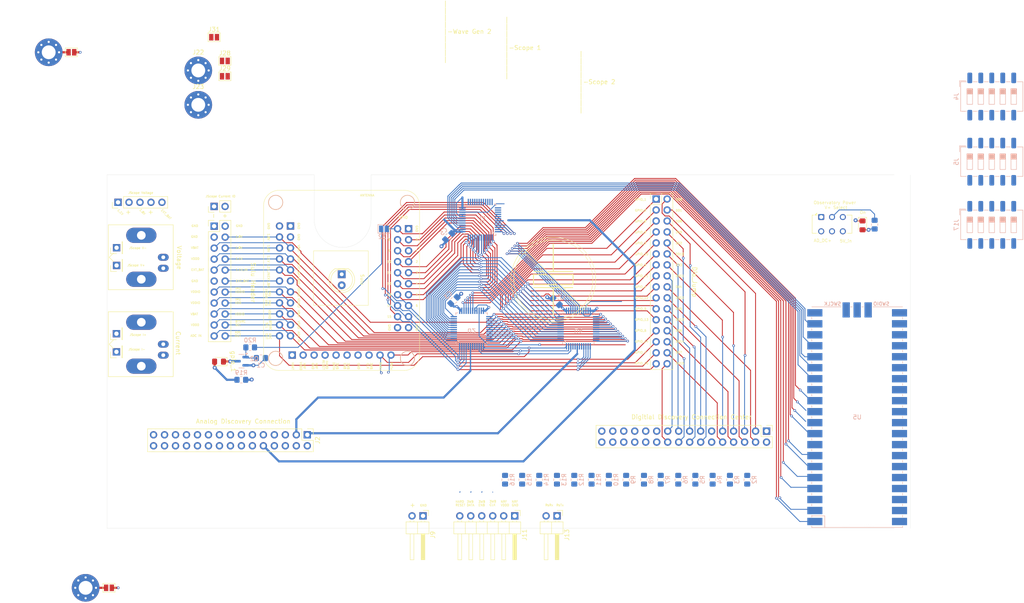
<source format=kicad_pcb>
(kicad_pcb (version 20241229) (generator "pcbnew") (generator_version "9.0")
  (title_block (title "SCuM Observatory") (date "2025-04-10") (rev "2.1") (company "West Lab"))
  (layers (0 "F.Cu" signal "Front") (4 "In1.Cu" signal) (6 "In2.Cu" signal) (2 "B.Cu" signal "Back") (13 "F.Paste" user) (15 "B.Paste" user) (5 "F.SilkS" user "F.Silkscreen") (7 "B.SilkS" user "B.Silkscreen") (1 "F.Mask" user) (3 "B.Mask" user) (25 "Edge.Cuts" user))
  (net 0 "")
  (net 1 "AD_Scope1+")
  (net 2 "AD_DIO_9")
  (net 3 "Trig1")
  (net 4 "AD_DIO_3")
  (net 5 "AD_DIO_14")
  (net 6 "AD_DIO_0")
  (net 7 "Trig2")
  (net 8 "AD_DIO_10")
  (net 9 "AD_DC_Supply-")
  (net 10 "AD_Scope2+")
  (net 11 "AD_DIO_6")
  (net 12 "AD_DIO_7")
  (net 13 "AD_DIO_4")
  (net 14 "AD_WaveGen2")
  (net 15 "AD_DIO_2")
  (net 16 "AD_DIO_13")
  (net 17 "AD_WaveGen1")
  (net 18 "AD_DIO_15")
  (net 20 "AD_DIO_1")
  (net 21 "AD_DIO_8")
  (net 22 "AD_DIO_11")
  (net 23 "AD_DIO_12")
  (net 24 "AD_DIO_5")
  (net 25 "DD_DIN_1")
  (net 26 "DD_DIN_22")
  (net 27 "DD_DIN_16")
  (net 28 "DD_DIN_19")
  (net 29 "DD_DIN_20")
  (net 30 "DD_DIN_14")
  (net 31 "DD_DIN_18")
  (net 32 "DD_DIN_3")
  (net 33 "DD_DIN_8")
  (net 34 "DD_DIN_17")
  (net 35 "DD_DIN_7")
  (net 36 "DD_DIN_10")
  (net 37 "DD_DIN_13")
  (net 38 "DD_DIN_15")
  (net 39 "DD_DIN_6")
  (net 40 "DD_DIN_4")
  (net 41 "DD_DIN_0")
  (net 42 "DD_DIN_9")
  (net 43 "DD_DIN_11")
  (net 44 "DD_DIN_12")
  (net 45 "DD_DIN_2")
  (net 46 "DD_DIN_21")
  (net 47 "DD_DIN_5")
  (net 48 "DD_DIN_23")
  (net 49 "JS_V+")
  (net 50 "JS_I+")
  (net 51 "JS_I-")
  (net 53 "Scope 1 Mux  1")
  (net 54 "Scope 1 Mux  13")
  (net 55 "Scope 1 Mux  3")
  (net 56 "Scope 1 Mux  5")
  (net 57 "Scope 1 Mux  10")
  (net 58 "Scope 1 Mux  15")
  (net 59 "Scope 1 Mux  11")
  (net 60 "Scope 1 Mux  6")
  (net 61 "Scope 1 Mux  2")
  (net 62 "Scope 1 Mux  8")
  (net 63 "Scope 1 Mux  9")
  (net 64 "Scope 1 Mux  4")
  (net 65 "Scope 1 Mux  14")
  (net 66 "Scope 1 Mux  12")
  (net 67 "Scope 1 Mux  7")
  (net 68 "Scope 1 Mux  16")
  (net 69 "Net-(J11-Pin_2)")
  (net 70 "Net-(J11-Pin_6)")
  (net 71 "Net-(J11-Pin_4)")
  (net 72 "Net-(J11-Pin_5)")
  (net 73 "Net-(J11-Pin_3)")
  (net 74 "Scope 1 Mux  27")
  (net 75 "Scope 1 Mux  28")
  (net 76 "Scope 1 Mux  21")
  (net 77 "Scope 1 Mux  29")
  (net 78 "Scope 1 Mux  25")
  (net 79 "Scope 1 Mux  17")
  (net 80 "Scope 1 Mux  23")
  (net 81 "Scope 1 Mux  18")
  (net 82 "Scope 1 Mux  24")
  (net 83 "Scope 1 Mux  19")
  (net 84 "Scope 1 Mux  22")
  (net 85 "Scope 1 Mux  20")
  (net 86 "Scope 1 Mux  26")
  (net 87 "Scope 1 Mux  31")
  (net 88 "Scope 1 Mux  30")
  (net 91 "Scope 1 Mux Control 0")
  (net 93 "Scope 1 Mux Control 2")
  (net 94 "Scope 1 Mux Control 3")
  (net 97 "Scope 1 Mux Control 1")
  (net 98 "Scope 1 Mux Control 4")
  (net 103 "WaveGen. Mux Control 3")
  (net 108 "WaveGen. Mux Control 4")
  (net 110 "WaveGen. Mux Control 1")
  (net 114 "WaveGen. Mux Control 0")
  (net 120 "WaveGen. Mux Control 2")
  (net 123 "Scope 2 Mux Control 2")
  (net 124 "Scope 2 Mux Control 4")
  (net 127 "Scope 2 Mux Control 0")
  (net 128 "Scope 2 Mux Control 1")
  (net 130 "Scope 2 Mux Control 3")
  (net 131 "Net-(J12-Pin_6)")
  (net 132 "Net-(J12-Pin_17)")
  (net 133 "Net-(J12-Pin_15)")
  (net 134 "Net-(J12-Pin_19)")
  (net 151 "Net-(J20-Pin_1)")
  (net 152 "Net-(J21-Pin_1)")
  (net 153 "Net-(J22-Pin_1)")
  (net 154 "Net-(J23-Pin_1)")
  (net 155 "+5V")
  (net 156 "AD_Scope1-")
  (net 157 "Net-(J12-Pin_12)")
  (net 158 "Net-(J31-Pin_2)")
  (net 159 "Net-(J11-Pin_1)")
  (net 160 "Scope 1 Mux ~EN")
  (net 161 "WaveGen. 1 Mux ~EN")
  (net 162 "Scope 2 Mux ~EN")
  (net 163 "Net-(D1-A)")
  (net 164 "Net-(D2-K)")
  (net 165 "Net-(D2-A)")
  (net 166 "Net-(J32-Pin_1)")
  (net 167 "Net-(Q2-G)")
  (net 170 "AD_DC_Supply+")
  (footprint "Jumper:SolderJumper-2_P1.3mm_Open_Pad1.0x1.5mm" (layer "F.Cu") (at 90.712944 24.667944)
    (property "Reference" "J31")
    (property "Value" "Jumper")
  )
  (footprint "Connector_PinHeader_2.54mm:PinHeader_1x02_P2.54mm_Horizontal" (layer "F.Cu") (at 170.025 135.365 -90)
    (property "Reference" "J13")
    (property "Value" "Serial")
  )
  (footprint "Connector_PinHeader_2.54mm:PinHeader_1x02_P2.54mm_Horizontal" (layer "F.Cu") (at 139.025 135.365 -90)
    (property "Reference" "J9")
    (property "Value" "5V_in")
  )
  (footprint "Connector_Coaxial:BNC_Amphenol_B6252HB-NPP3G-50_Horizontal" (layer "F.Cu") (at 78.959001 95.66 90)
    (property "Reference" "J33" (hide yes))
    (property "Value" "Conn_Coaxial_Small" (hide yes))
  )
  (footprint "Button_Switch_THT:SW_CK_JS202011CQN_DPDT_Straight" (layer "F.Cu") (at 231.11 66.254001)
    (property "Reference" "J24" (hide yes))
    (property "Value" "prog. LED" (hide yes))
  )
  (footprint "3rdPrty_Footprints:NoCrystal" (layer "F.Cu") (at 169.146801 80.827912 90)
    (property "Reference" "G***" (hide yes))
    (property "Value" "LOGO" (hide yes))
  )
  (footprint "Connector_PinHeader_2.54mm:PinHeader_2x16_P2.54mm_Vertical" (layer "F.Cu") (at 192.933 62.083)
    (property "Reference" "J10" (hide yes))
    (property "Value" "Dio_Jump")
  )
  (footprint "Jumper:SolderJumper-2_P1.3mm_Open_Pad1.0x1.5mm" (layer "F.Cu") (at 57.711001 28.15 180)
    (property "Reference" "J27" (hide yes))
    (property "Value" "Jumper" (hide yes))
  )
  (footprint "Connector_PinHeader_2.54mm:PinHeader_1x05_P2.54mm_Vertical" (layer "F.Cu") (at 68.495 62.85 90)
    (property "Reference" "J16" (hide yes))
    (property "Value" "JScope Voltage")
  )
  (footprint "Connector_PinHeader_2.54mm:PinHeader_1x01_P2.54mm_Vertical" (layer "F.Cu") (at 68.159001 73.35 90)
    (property "Reference" "J34" (hide yes))
    (property "Value" "JScope  I+" (hide yes))
  )
  (footprint "Jumper:SolderJumper-2_P1.3mm_Open_Pad1.0x1.5mm" (layer "F.Cu") (at 93.202944 33.702944)
    (property "Reference" "J29")
    (property "Value" "Jumper")
  )
  (footprint "Connector_PinHeader_2.54mm:PinHeader_1x01_P2.54mm_Vertical" (layer "F.Cu") (at 68.129001 97.43 90)
    (property "Reference" "J25" (hide yes))
    (property "Value" "JScope V-" (hide yes))
  )
  (footprint "Connector_PinHeader_2.54mm:PinHeader_2x16_P2.54mm_Vertical" (layer "F.Cu") (at 218.47 115.76 -90)
    (property "Reference" "J3" (hide yes))
    (property "Value" "Digitial Discovery Connection Center")
  )
  (footprint "Connector_PinHeader_2.54mm:PinHeader_2x11_P2.54mm_Vertical" (layer "F.Cu") (at 90.723 68.36)
    (property "Reference" "J12" (hide yes))
    (property "Value" "Sulu Header")
  )
  (footprint "MountingHole:MountingHole_3.2mm_M3_Pad_Via" (layer "F.Cu") (at 87.052944 40.302944)
    (property "Reference" "J23")
    (property "Value" "Mounting Hole")
  )
  (footprint "Connector_PinHeader_2.54mm:PinHeader_2x15_P2.54mm_Vertical" (layer "F.Cu") (at 112.27 116.61 -90)
    (property "Reference" "J2")
    (property "Value" "Analog Discovery Connection")
  )
  (footprint "Connector_PinHeader_2.54mm:PinHeader_1x06_P2.54mm_Horizontal" (layer "F.Cu") (at 160.225 135.365 -90)
    (property "Reference" "J11")
    (property "Value" "nRF Connections")
  )
  (footprint "Connector_PinHeader_2.54mm:PinHeader_1x02_P2.54mm_Vertical" (layer "F.Cu") (at 90.71 63.8 90)
    (property "Reference" "J8" (hide yes))
    (property "Value" "JScope Current IO")
  )
  (footprint "LED_SMD:LED_0805_2012Metric_Pad1.15x1.40mm_HandSolder" (layer "F.Cu") (at 240.66 68.179001 -90)
    (property "Reference" "D1" (hide yes))
    (property "Value" "LED" (hide yes))
  )
  (footprint "MountingHole:MountingHole_3.2mm_M3_Pad_Via" (layer "F.Cu") (at 87.052944 32.352944)
    (property "Reference" "J22")
    (property "Value" "Mounting Hole")
  )
  (footprint "Jumper:SolderJumper-2_P1.3mm_Open_Pad1.0x1.5mm" (layer "F.Cu") (at 93.202944 30.152944)
    (property "Reference" "J28")
    (property "Value" "Jumper")
  )
  (footprint "Connector_PinHeader_2.54mm:PinHeader_1x01_P2.54mm_Vertical" (layer "F.Cu") (at 68.159001 77.45 90)
    (property "Reference" "J35" (hide yes))
    (property "Value" "JScope I-" (hide yes))
  )
  (footprint "3rdPrty_Footprints:SuLu_Foot" (layer "F.Cu") (at 120.123 80.728 -90)
    (property "Reference" "U1" (hide yes))
    (property "Value" "1" (hide yes))
  )
  (footprint "Connector_Coaxial:BNC_Amphenol_B6252HB-NPP3G-50_Horizontal" (layer "F.Cu") (at 78.959001 75.56 90)
    (property "Reference" "J30" (hide yes))
    (property "Value" "Conn_Coaxial_Small" (hide yes))
  )
  (footprint "Jumper:SolderJumper-2_P1.3mm_Open_Pad1.0x1.5mm" (layer "F.Cu") (at 66.4 152 180)
    (property "Reference" "J26" (hide yes))
    (property "Value" "Jumper" (hide yes))
  )
  (footprint "LED_SMD:LED_0805_2012Metric_Pad1.15x1.40mm_HandSolder" (layer "F.Cu") (at 91.854001 99.69 180)
    (property "Reference" "D2" (hide yes))
    (property "Value" "LED")
  )
  (footprint "MountingHole:MountingHole_3.2mm_M3_Pad_Via" (layer "F.Cu") (at 61 152)
    (property "Reference" "J20" (hide yes))
    (property "Value" "Mounting Hole" (hide yes))
  )
  (footprint "MountingHole:MountingHole_3.2mm_M3_Pad_Via" (layer "F.Cu") (at 52.461001 28.15)
    (property "Reference" "J21" (hide yes))
    (property "Value" "Mounting Hole" (hide yes))
  )
  (footprint "Connector_PinHeader_2.54mm:PinHeader_1x01_P2.54mm_Vertical" (layer "F.Cu") (at 68.129001 93.23 90)
    (property "Reference" "J1" (hide yes))
    (property "Value" "JScope V+" (hide yes))
  )
  (footprint "Resistor_SMD:R_0805_2012Metric_Pad1.20x1.40mm_HandSolder" (layer "B.Cu") (at 198.05 127 90)
    (property "Reference" "R6")
    (property "Value" "R_up")
  )
  (footprint "Resistor_SMD:R_0805_2012Metric_Pad1.20x1.40mm_HandSolder" (layer "B.Cu") (at 158 127 90)
    (property "Reference" "R16")
    (property "Value" "R_up")
  )
  (footprint "Resistor_SMD:R_0805_2012Metric_Pad1.20x1.40mm_HandSolder" (layer "B.Cu") (at 214 127 90)
    (property "Reference" "R2")
    (property "Value" "R_up")
  )
  (footprint "Resistor_SMD:R_0805_2012Metric_Pad1.20x1.40mm_HandSolder" (layer "B.Cu") (at 165.9 127 90)
    (property "Reference" "R14")
    (property "Value" "R_up")
  )
  (footprint "Capacitor_SMD:C_0805_2012Metric_Pad1.18x1.45mm_HandSolder" (layer "B.Cu") (at 169.804001 85.79 135)
    (property "Reference" "C4")
    (property "Value" "C")
  )
  (footprint "Resistor_SMD:R_0805_2012Metric_Pad1.20x1.40mm_HandSolder" (layer "B.Cu") (at 186 127 90)
    (property "Reference" "R9")
    (property "Value" "R_up")
  )
  (footprint "Resistor_SMD:R_0805_2012Metric_Pad1.20x1.40mm_HandSolder" (layer "B.Cu") (at 182 127 90)
    (property "Reference" "R10")
    (property "Value" "R_up")
  )
  (footprint "Resistor_SMD:R_0805_2012Metric_Pad1.20x1.40mm_HandSolder" (layer "B.Cu") (at 206 127 90)
    (property "Reference" "R4")
    (property "Value" "R_up")
  )
  (footprint "Capacitor_SMD:C_0805_2012Metric_Pad1.18x1.45mm_HandSolder" (layer "B.Cu") (at 101.541501 98.865)
    (property "Reference" "C1")
    (property "Value" "10n")
  )
  (footprint "3rdPrty_Footprints:SU_48_ADI" (layer "B.Cu") (at 152.250001 66.8852 90)
    (property "Reference" "U3")
    (property "Value" "Wave Gen. Mux")
  )
  (footprint "Button_Switch_SMD:SW_DIP_SPSTx05_Slide_6.7x14.26mm_W8.61mm_P2.54mm_LowProfile" (layer "B.Cu") (at 270.55 68.06 -90)
    (property "Reference" "J17")
    (property "Value" "WaveGen. 1 Mux Config.")
  )
  (footprint "Resistor_SMD:R_0805_2012Metric_Pad1.20x1.40mm_HandSolder" (layer "B.Cu") (at 170 127 90)
    (property "Reference" "R13")
    (property "Value" "R_up")
  )
  (footprint "Resistor_SMD:R_0805_2012Metric_Pad1.20x1.40mm_HandSolder" (layer "B.Cu") (at 243.46 68.004001 -90)
    (property "Reference" "R18" (hide yes))
    (property "Value" "R")
  )
  (footprint "Resistor_SMD:R_0805_2012Metric_Pad1.20x1.40mm_HandSolder" (layer "B.Cu") (at 210 127 90)
    (property "Reference" "R3")
    (property "Value" "R_up")
  )
  (footprint "Button_Switch_SMD:SW_DIP_SPSTx05_Slide_6.7x14.26mm_W8.61mm_P2.54mm_LowProfile" (layer "B.Cu") (at 270.55 38.385 -90)
    (property "Reference" "J4")
    (property "Value" "Scope 1 Mux Config.")
  )
  (footprint "Button_Switch_SMD:SW_DIP_SPSTx05_Slide_6.7x14.26mm_W8.61mm_P2.54mm_LowProfile" (layer "B.Cu") (at 270.55 53.45 -90)
    (property "Reference" "J5")
    (property "Value" "Scope 2 Mux Config.")
  )
  (footprint "Resistor_SMD:R_0805_2012Metric_Pad1.20x1.40mm_HandSolder" (layer "B.Cu") (at 99.054001 96.39 180)
    (property "Reference" "R20")
    (property "Value" "R")
  )
  (footprint "3rdPrty_Footprints:SU_48_ADI" (layer "B.Cu") (at 150.252701 92.04)
    (property "Reference" "U2")
    (property "Value" "Scope 1 Mux")
  )
  (footprint "Resistor_SMD:R_0805_2012Metric_Pad1.20x1.40mm_HandSolder" (layer "B.Cu") (at 202 127 90)
    (property "Reference" "R5")
    (property "Value" "R_up")
  )
  (footprint "Resistor_SMD:R_0805_2012Metric_Pad1.20x1.40mm_HandSolder" (layer "B.Cu") (at 161.95 127 90)
    (property "Reference" "R15")
    (property "Value" "R_up")
  )
  (footprint "Resistor_SMD:R_0805_2012Metric_Pad1.20x1.40mm_HandSolder" (layer "B.Cu") (at 190.125 127 90)
    (property "Reference" "R8")
    (property "Value" "R_up")
  )
  (footprint "Capacitor_SMD:C_0805_2012Metric_Pad1.18x1.45mm_HandSolder" (layer "B.Cu") (at 144.975078 70.768823 -135)
    (property "Reference" "C5")
    (property "Value" "C")
  )
  (footprint "Resistor_SMD:R_0805_2012Metric_Pad1.20x1.40mm_HandSolder" (layer "B.Cu") (at 174 127 90)
    (property "Reference" "R12")
    (property "Value" "R_up")
  )
  (footprint "3rdPrty_Footprints:RPi_Pico_SMD_TH" (layer "B.Cu") (at 239.425 112.53)
    (property "Reference" "U5")
    (property "Value" "Pico" (hide yes))
  )
  (footprint "Resistor_SMD:R_0805_2012Metric_Pad1.20x1.40mm_HandSolder" (layer "B.Cu") (at 194 127 90)
    (property "Reference" "R7")
    (property "Value" "R_up")
  )
  (footprint "3rdPrty_Footprints:SU_48_ADI" (layer "B.Cu") (at 174.945301 92.04)
    (property "Reference" "U4")
    (property "Value" "Scope 2 Mux")
  )
  (footprint "Package_TO_SOT_SMD:SOT-23" (layer "B.Cu") (at 97.066501 99.59 180)
    (property "Reference" "Q2")
    (property "Value" "2N7002")
  )
  (footprint "Resistor_SMD:R_0805_2012Metric_Pad1.20x1.40mm_HandSolder" (layer "B.Cu") (at 97.004001 103.89 180)
    (property "Reference" "R19")
    (property "Value" "R")
  )
  (footprint "Resistor_SMD:R_0805_2012Metric_Pad1.20x1.40mm_HandSolder" (layer "B.Cu") (at 178 127 90)
    (property "Reference" "R11")
    (property "Value" "R_up")
  )
  (footprint "Jumper:SolderJumper-2_P1.3mm_Open_Pad1.0x1.5mm" (layer "B.Cu") (at 130.004001 68.99)
    (property "Reference" "J32")
    (property "Value" "Jumper")
  )
  (footprint "Capacitor_SMD:C_0805_2012Metric_Pad1.18x1.45mm_HandSolder" (layer "B.Cu") (at 146.170378 85.523623 45)
    (property "Reference" "C3")
    (property "Value" "C")
  )
  (gr_line (start 248 56.5) (end 127 56.5) (stroke (width 0.0381)) (layer "Edge.Cuts"))
  (gr_arc (start 127 66.728) (mid 120.423527 73.304473) (end 113.847054 66.728) (stroke (width 0.0381)) (layer "Edge.Cuts"))
  (gr_line (start 251.75 138.25) (end 251.75 56.5) (stroke (width 0.0381)) (layer "Edge.Cuts"))
  (gr_line (start 113.847054 56.5) (end 65.95 56.5) (stroke (width 0.0381)) (layer "Edge.Cuts"))
  (gr_line (start 113.847054 66.728) (end 113.847054 56.5) (stroke (width 0.0381)) (layer "Edge.Cuts"))
  (gr_line (start 127 66.728) (end 127 56.5) (stroke (width 0.0381)) (layer "Edge.Cuts"))
  (gr_line (start 65.95 56.5) (end 65.95 138.25) (stroke (width 0.0381)) (layer "Edge.Cuts"))
  (gr_line (start 65.95 138.25) (end 248 138.25) (stroke (width 0.0381)) (layer "Edge.Cuts"))
  (gr_text "NRF\nVDDD" (at 156.935 133.175 0) (layer "F.SilkS") (effects (font (size 0.5 0.5) (thickness 0.1)) (justify left bottom)))
  (gr_text "1.1V_IN" (at 95.629001 78.74 0) (layer "F.SilkS") (effects (font (size 0.5 0.5) (thickness 0.1)) (justify left bottom)))
  (gr_text "3WB\nCLK" (at 154.335 133.125 0) (layer "F.SilkS") (effects (font (size 0.5 0.5) (thickness 0.1)) (justify left bottom)))
  (gr_text "JScope I+" (at 71.125 93.775 0) (layer "F.SilkS") (effects (font (size 0.5 0.5) (thickness 0.1) (bold yes)) (justify left bottom)))
  (gr_text "DD10" (at 197.383 75.116333 0) (layer "F.SilkS") (effects (font (size 0.5 0.5) (thickness 0.1)) (justify left bottom)))
  (gr_text "1.1V" (at 68.226001 64.7 315) (layer "F.SilkS") (effects (font (size 0.5 0.5) (thickness 0.1)) (justify left bottom)))
  (gr_text "GPIO_13" (at 187.983 90.276333 0) (layer "F.SilkS") (effects (font (size 0.5 0.5) (thickness 0.1)) (justify left bottom)))
  (gr_text "3WB\nDATA" (at 149.085 133.175 0) (layer "F.SilkS") (effects (font (size 0.5 0.5) (thickness 0.1)) (justify left bottom)))
  (gr_text "GND" (at 85.331383 71.09 0) (layer "F.SilkS") (effects (font (size 0.5 0.5) (thickness 0.1)) (justify left bottom)))
  (gr_text "+" (at 76.126001 65.15 270) (layer "F.SilkS") (effects (font (size 1 1))))
  (gr_text "GPIO_1" (at 187.983 62.483 0) (layer "F.SilkS") (effects (font (size 0.5 0.5) (thickness 0.1)) (justify left bottom)))
  (gr_text "ADC\nOUT" (at 95.454001 93.99 0) (layer "F.SilkS") (effects (font (size 0.5 0.5) (thickness 0.1)) (justify left bottom)))
  (gr_text "JScope V+" (at 70.58 77.695 0) (layer "F.SilkS") (effects (font (size 0.5 0.5) (thickness 0.1) (bold yes)) (justify left bottom)))
  (gr_text "GPIO_8" (at 187.983 67.536333 0) (layer "F.SilkS") (effects (font (size 0.5 0.5) (thickness 0.1)) (justify left bottom)))
  (gr_text "DD12" (at 197.383 85.223 0) (layer "F.SilkS") (effects (font (size 0.5 0.5) (thickness 0.1)) (justify left bottom)))
  (gr_text "DD13" (at 197.383 90.276333 0) (layer "F.SilkS") (effects (font (size 0.5 0.5) (thickness 0.1)) (justify left bottom)))
  (gr_text "DD11" (at 197.383 80.169667 0) (layer "F.SilkS") (effects (font (size 0.5 0.5) (thickness 0.1)) (justify left bottom)))
  (gr_text "EXT_BAT" (at 85.354001 78.74 0) (layer "F.SilkS") (effects (font (size 0.5 0.5) (thickness 0.1)) (justify left bottom)))
  (gr_text "Current" (at 82.4 95.4 270) (layer "F.SilkS") (effects (font (size 1 1))))
  (gr_text "JScope I-" (at 70.85 97.15 0) (layer "F.SilkS") (effects (font (size 0.5 0.5) (thickness 0.1) (bold yes)) (justify left bottom)))
  (gr_text "VDDIO" (at 85.229001 86.39 0) (layer "F.SilkS") (effects (font (size 0.5 0.5) (thickness 0.1)) (justify left bottom)))
  (gr_text "DD14" (at 197.383 95.329667 0) (layer "F.SilkS") (effects (font (size 0.5 0.5) (thickness 0.1)) (justify left bottom)))
  (gr_text "GPIO_4" (at 187.983 82.696333 0) (layer "F.SilkS") (effects (font (size 0.5 0.5) (thickness 0.1)) (justify left bottom)))
  (gr_text "GPIO_0" (at 187.983 65.009667 0) (layer "F.SilkS") (effects (font (size 0.5 0.5) (thickness 0.1)) (justify left bottom)))
  (gr_text "VDDIO" (at 85.254001 83.84 0) (layer "F.SilkS") (effects (font (size 0.5 0.5) (thickness 0.1)) (justify left bottom)))
  (gr_text "DD2" (at 197.383 72.589667 0) (layer "F.SilkS") (effects (font (size 0.5 0.5) (thickness 0.1)) (justify left bottom)))
  (gr_text "RsRx" (at 167.235 133.175 0) (layer "F.SilkS") (effects (font (size 0.5 0.5) (thickness 0.1)) (justify left bottom)))
  (gr_text "GPIO_3" (at 187.983 77.643 0) (layer "F.SilkS") (effects (font (size 0.5 0.5) (thickness 0.1)) (justify left bottom)))
  (gr_text "GPIO_6" (at 187.983 92.803 0) (layer "F.SilkS") (effects (font (size 0.5 0.5) (thickness 0.1)) (justify left bottom)))
  (gr_text "DD15" (at 197.383 100.383 0) (layer "F.SilkS") (effects (font (size 0.5 0.5) (thickness 0.1)) (justify left bottom)))
  (gr_text "GPIO_15" (at 187.983 100.383 0) (layer "F.SilkS") (effects (font (size 0.5 0.5) (thickness 0.1)) (justify left bottom)))
  (gr_text "Voltage" (at 82.65 75.65 270) (layer "F.SilkS") (effects (font (size 1 1))))
  (gr_text "JScope V-" (at 70.98 73.695 0) (layer "F.SilkS") (effects (font (size 0.5 0.5) (thickness 0.1) (bold yes)) (justify left bottom)))
  (gr_text "DD0" (at 197.383 62.483 0) (layer "F.SilkS") (effects (font (size 0.5 0.5) (thickness 0.1)) (justify left bottom)))
  (gr_text "GPIO_9" (at 187.983 70.063 0) (layer "F.SilkS") (effects (font (size 0.5 0.5) (thickness 0.1)) (justify left bottom)))
  (gr_text "\nAD_DC+" (at 231.45 72.1 0) (layer "F.SilkS") (effects (font (size 0.7 0.7) (thickness 0.1)) (justify bottom)))
  (gr_text "IMU\nVDD" (at 95.504001 86.39 0) (layer "F.SilkS") (effects (font (size 0.5 0.5) (thickness 0.1)) (justify left bottom)))
  (gr_text "+" (at 136.685 132.925 270) (layer "F.SilkS") (effects (font (size 1 1))))
  (gr_text "DD7" (at 197.383 97.856333 0) (layer "F.SilkS") (effects (font (size 0.5 0.5) (thickness 0.1)) (justify left bottom)))
  (gr_text "+" (at 93.291001 66 270) (layer "F.SilkS") (effects (font (size 1 1))))
  (gr_text "DD1" (at 197.383 65.009667 0) (layer "F.SilkS") (effects (font (size 0.5 0.5) (thickness 0.1)) (justify left bottom)))
  (gr_text "GPIO_2" (at 187.983 72.589667 0) (layer "F.SilkS") (effects (font (size 0.5 0.5) (thickness 0.1)) (justify left bottom)))
  (gr_text "HARD\nRESET" (at 146.485 133.175 0) (layer "F.SilkS") (effects (font (size 0.5 0.5) (thickness 0.1)) (justify left bottom)))
  (gr_text "VBAT" (at 85.204001 88.99 0) (layer "F.SilkS") (effects (font (size 0.5 0.5) (thickness 0.1)) (justify left bottom)))
  (gr_text "GPIO_11" (at 187.983 80.169667 0) (layer "F.SilkS") (effects (font (size 0.5 0.5) (thickness 0.1)) (justify left bottom)))
  (gr_text "|\n|\n|\n|\n|-Wave Gen 2\n|\n|\n|\n|" (at 143.625 23.35 0) (layer "F.SilkS") (effects (font (size 1 1)) (justify left)))
  (gr_text "DD9" (at 197.383 70.063 0) (layer "F.SilkS") (effects (font (size 0.5 0.5) (thickness 0.1)) (justify left bottom)))
  (gr_text "+" (at 70.926001 65.15 270) (layer "F.SilkS") (effects (font (size 1 1))))
  (gr_text "5V_in" (at 236.8 72.2 0) (layer "F.SilkS") (effects (font (size 0.7 0.7) (thickness 0.1)) (justify bottom)))
  (gr_text "Observatory Power \nV+ Select" (at 234.51 64.454001 0) (layer "F.SilkS") (effects (font (size 0.7 0.7) (thickness 0.1)) (justify bottom)))
  (gr_text "GND" (at 138.285 133.225 0) (layer "F.SilkS") (effects (font (size 0.5 0.5) (thickness 0.1)) (justify left bottom)))
  (gr_text "EXT_BAT" (at 95.679001 81.34 0) (layer "F.SilkS") (effects (font (size 0.5 0.5) (thickness 0.1)) (justify left bottom)))
  (gr_text "DD6" (at 197.383 92.803 0) (layer "F.SilkS") (effects (font (size 0.5 0.5) (thickness 0.1)) (justify left bottom)))
  (gr_text "NRF\nGND" (at 159.485 133.175 0) (layer "F.SilkS") (effects (font (size 0.5 0.5) (thickness 0.1)) (justify left bottom)))
  (gr_text "GPIO_7" (at 187.983 97.856333 0) (layer "F.SilkS") (effects (font (size 0.5 0.5) (thickness 0.1)) (justify left bottom)))
  (gr_text "1.8V" (at 95.606383 71.09 0) (layer "F.SilkS") (effects (font (size 0.5 0.5) (thickness 0.1)) (justify left bottom)))
  (gr_text "gpio_1" (at 95.154001 99.64 270) (layer "F.SilkS") (effects (font (size 1 1))))
  (gr_text "GND" (at 85.429001 68.59 0) (layer "F.SilkS") (effects (font (size 0.5 0.5) (thickness 0.1)) (justify left bottom)))
  (gr_text "VDDIO" (at 95.479001 88.99 0) (layer "F.SilkS") (effects (font (size 0.5 0.5) (thickness 0.1)) (justify left bottom)))
  (gr_text "GND" (at 95.704001 68.59 0) (layer "F.SilkS") (effects (font (size 0.5 0.5) (thickness 0.1)) (justify left bottom)))
  (gr_text "GPIO_14" (at 187.983 95.329667 0) (layer "F.SilkS") (effects (font (size 0.5 0.5) (thickness 0.1)) (justify left bottom)))
  (gr_text "RsTx" (at 169.785 133.175 0) (layer "F.SilkS") (effects (font (size 0.5 0.5) (thickness 0.1)) (justify left bottom)))
  (gr_text "VDDD" (at 85.329001 76.19 0) (layer "F.SilkS") (effects (font (size 0.5 0.5) (thickness 0.1)) (justify left bottom)))
  (gr_text "ADC IN" (at 85.179001 93.99 0) (layer "F.SilkS") (effects (font (size 0.5 0.5) (thickness 0.1)) (justify left bottom)))
  (gr_text "GND" (at 85.404001 81.34 0) (layer "F.SilkS") (effects (font (size 0.5 0.5) (thickness 0.1)) (justify left bottom)))
  (gr_text "DD4\n" (at 197.383 82.696333 0) (layer "F.SilkS") (effects (font (size 0.5 0.5) (thickness 0.1)) (justify left bottom)))
  (gr_text "VBAT" (at 85.304001 73.64 0) (layer "F.SilkS") (effects (font (size 0.5 0.5) (thickness 0.1)) (justify left bottom)))
  (gr_text "-" (at 90.691001 66 270) (layer "F.SilkS") (effects (font (size 1 1))))
  (gr_text "DD8" (at 197.383 67.536333 0) (layer "F.SilkS") (effects (font (size 0.5 0.5) (thickness 0.1)) (justify left bottom)))
  (gr_text "1.1V" (at 95.604001 76.19 0) (layer "F.SilkS") (effects (font (size 0.5 0.5) (thickness 0.1)) (justify left bottom)))
  (gr_text "BTSRC\nSEL" (at 95.554001 91.49 0) (layer "F.SilkS") (effects (font (size 0.5 0.5) (thickness 0.1)) (justify left bottom)))
  (gr_text "1.8V" (at 95.579001 73.64 0) (layer "F.SilkS") (effects (font (size 0.5 0.5) (thickness 0.1)) (justify left bottom)))
  (gr_text "On" (at 240.735 65.604001 0) (layer "F.SilkS") (effects (font (size 0.7 0.7) (thickness 0.1)) (justify bottom)))
  (gr_text "DD3" (at 197.383 77.643 0) (layer "F.SilkS") (effects (font (size 0.5 0.5) (thickness 0.1)) (justify left bottom)))
  (gr_text "DD5" (at 197.383 87.749667 0) (layer "F.SilkS") (effects (font (size 0.5 0.5) (thickness 0.1)) (justify left bottom)))
  (gr_text "1.8V" (at 73.326001 64.65 315) (layer "F.SilkS") (effects (font (size 0.5 0.5) (thickness 0.1)) (justify left bottom)))
  (gr_text "|\n|\n|\n|\n|-Scope 1\n|\n|\n|\n|" (at 157.825 27.1 0) (layer "F.SilkS") (effects (font (size 1 1)) (justify left)))
  (gr_text "GPIO_10" (at 187.983 75.116333 0) (layer "F.SilkS") (effects (font (size 0.5 0.5) (thickness 0.1)) (justify left bottom)))
  (gr_text "VDDD" (at 85.279001 91.49 0) (layer "F.SilkS") (effects (font (size 0.5 0.5) (thickness 0.1)) (justify left bottom)))
  (gr_text "GPIO_12" (at 187.983 85.223 0) (layer "F.SilkS") (effects (font (size 0.5 0.5) (thickness 0.1)) (justify left bottom)))
  (gr_text "IMU\nVDDIO" (at 95.529001 83.84 0) (layer "F.SilkS") (effects (font (size 0.5 0.5) (thickness 0.1)) (justify left bottom)))
  (gr_text "|\n|\n|\n|\n|-Scope 2\n|\n|\n|\n|" (at 175 35 0) (layer "F.SilkS") (effects (font (size 1 1)) (justify left)))
  (gr_text "EXT_BAT" (at 78.326001 64.75 315) (layer "F.SilkS") (effects (font (size 0.5 0.5) (thickness 0.1)) (justify left bottom)))
  (gr_text "GPIO_5" (at 187.983 87.749667 0) (layer "F.SilkS") (effects (font (size 0.5 0.5) (thickness 0.1)) (justify left bottom)))
  (gr_text "3WB\nENB" (at 151.785 133.175 0) (layer "F.SilkS") (effects (font (size 0.5 0.5) (thickness 0.1)) (justify left bottom)))
  (segment (start 174.695301 97.8987) (end 156.344001 116.25) (width 0.5) (layer "B.Cu") (net 1))
  (segment (start 174.695301 96.1548) (end 174.695301 97.8987) (width 0.3) (layer "B.Cu") (net 1))
  (segment (start 156.344001 116.25) (end 112.63 116.25) (width 0.5) (layer "B.Cu") (net 1))
  (segment (start 112.63 116.25) (end 112.27 116.61) (width 0.5) (layer "B.Cu") (net 1))
  (segment (start 150.002701 101.7887) (end 143.791401 108) (width 0.5) (layer "B.Cu") (net 10))
  (segment (start 143.791401 108) (end 114.75 108) (width 0.5) (layer "B.Cu") (net 10))
  (segment (start 109.73 113.02) (end 109.73 116.61) (width 0.5) (layer "B.Cu") (net 10))
  (segment (start 114.75 108) (end 109.73 113.02) (width 0.5) (layer "B.Cu") (net 10))
  (segment (start 150.002701 101.7887) (end 150.002701 96.1548) (width 0.3) (layer "B.Cu") (net 10))
  (segment (start 156.364801 67.1352) (end 157.552401 67.1352) (width 0.3) (layer "B.Cu") (net 14))
  (segment (start 188 77.385999) (end 188 97) (width 0.5) (layer "B.Cu") (net 14))
  (segment (start 177.614001 67) (end 188 77.385999) (width 0.5) (layer "B.Cu") (net 14))
  (segment (start 188 97) (end 162.25 122.75) (width 0.5) (layer "B.Cu") (net 14))
  (segment (start 105.71 122.75) (end 102.11 119.15) (width 0.5) (layer "B.Cu") (net 14))
  (segment (start 162.25 122.75) (end 105.71 122.75) (width 0.5) (layer "B.Cu") (net 14))
  (segment (start 158.75 67) (end 177.614001 67) (width 0.5) (layer "B.Cu") (net 14))
  (segment (start 195.473 62.083) (end 194.322 63.234) (width 0.2) (layer "F.Cu") (net 25))
  (segment (start 194.99624 66.012) (end 195.94976 66.012) (width 0.2) (layer "F.Cu") (net 25))
  (segment (start 213.5 83.56224) (end 213.5 98.25) (width 0.2) (layer "F.Cu") (net 25))
  (segment (start 194.322 65.33776) (end 194.99624 66.012) (width 0.2) (layer "F.Cu") (net 25))
  (segment (start 194.322 63.234) (end 194.322 65.33776) (width 0.2) (layer "F.Cu") (net 25))
  (segment (start 195.94976 66.012) (end 213.5 83.56224) (width 0.2) (layer "F.Cu") (net 25))
  (via (at 213.5 98.25) (size 0.6) (drill 0.3) (layers "F.Cu" "B.Cu") (net 25))
  (segment (start 213.39 98.36) (end 213.39 115.76) (width 0.2) (layer "B.Cu") (net 25))
  (segment (start 213.5 98.25) (end 213.39 98.36) (width 0.2) (layer "B.Cu") (net 25))
  (segment (start 198.725 98.325) (end 198.695 98.325) (width 0.2) (layer "F.Cu") (net 30))
  (segment (start 198.695 98.325) (end 195.473 95.103) (width 0.2) (layer "F.Cu") (net 30))
  (segment (start 199.4 99) (end 198.725 98.325) (width 0.2) (layer "F.Cu") (net 30))
  (via (at 199.4 99) (size 0.6) (drill 0.3) (layers "F.Cu" "B.Cu") (net 30))
  (segment (start 199.4 117.05) (end 198.15 118.3) (width 0.2) (layer "B.Cu") (net 30))
  (segment (start 199.4 99) (end 199.4 117.05) (width 0.2) (layer "B.Cu") (net 30))
  (segment (start 208.31 94) (end 208.25 93.94) (width 0.2) (layer "F.Cu") (net 32))
  (segment (start 208.25 93.94) (end 208.25 90.1) (width 0.2) (layer "F.Cu") (net 32))
  (segment (start 208.25 90.1) (end 195.473 77.323) (width 0.2) (layer "F.Cu") (net 32))
  (via (at 208.31 94) (size 0.6) (drill 0.3) (layers "F.Cu" "B.Cu") (net 32))
  (segment (start 208.31 94) (end 208.31 115.76) (width 0.2) (layer "B.Cu") (net 32))
  (segment (start 200.824265 77.475735) (end 200.8 77.45147) (width 0.2) (layer "F.Cu") (net 33))
  (segment (start 200.8 72.49) (end 195.473 67.163) (width 0.2) (layer "F.Cu") (net 33))
  (segment (start 200.8 77.45147) (end 200.8 72.49) (width 0.2) (layer "F.Cu") (net 33))
  (via (at 200.824265 77.475735) (size 0.6) (drill 0.3) (layers "F.Cu" "B.Cu") (net 33))
  (segment (start 200.8 91.625) (end 203.23 94.055) (width 0.2) (layer "B.Cu") (net 33))
  (segment (start 200.8 77.5) (end 200.8 91.625) (width 0.2) (layer "B.Cu") (net 33))
  (segment (start 200.824265 77.475735) (end 200.8 77.5) (width 0.2) (layer "B.Cu") (net 33))
  (segment (start 203.23 94.055) (end 203.23 115.76) (width 0.2) (layer "B.Cu") (net 33))
  (segment (start 207.075 117.065) (end 208.31 118.3) (width 0.2) (layer "F.Cu") (net 35))
  (segment (start 195.473 97.643) (end 207.075 109.245) (width 0.2) (layer "F.Cu") (net 35))
  (segment (start 207.075 109.245) (end 207.075 117.065) (width 0.2) (layer "F.Cu") (net 35))
  (segment (start 198 77.4) (end 195.473 74.873) (width 0.2) (layer "F.Cu") (net 36))
  (segment (start 195.473 74.873) (end 195.473 74.783) (width 0.2) (layer "F.Cu") (net 36))
  (via (at 198 77.4) (size 0.6) (drill 0.3) (layers "F.Cu" "B.Cu") (net 36))
  (segment (start 198 77.4) (end 198 115.61) (width 0.2) (layer "B.Cu") (net 36))
  (segment (start 198 115.61) (end 198.15 115.76) (width 0.2) (layer "B.Cu") (net 36))
  (segment (start 197.879265 92.454265) (end 197.879265 92.429265) (width 0.2) (layer "F.Cu") (net 37))
  (segment (start 197.879265 92.429265) (end 195.473 90.023) (width 0.2) (layer "F.Cu") (net 37))
  (segment (start 201.7125 96.2875) (end 197.879265 92.454265) (width 0.2) (layer "F.Cu") (net 37))
  (via (at 201.7125 96.2875) (size 0.6) (drill 0.3) (layers "F.Cu" "B.Cu") (net 37))
  (segment (start 201.925 117.065) (end 200.69 118.3) (width 0.2) (layer "B.Cu") (net 37))
  (segment (start 201.7125 96.2875) (end 201.925 96.5) (width 0.2) (layer "B.Cu") (net 37))
  (segment (start 201.925 96.5) (end 201.925 117.065) (width 0.2) (layer "B.Cu") (net 37))
  (segment (start 194.325 101.331) (end 194.325 117.015) (width 0.2) (layer "F.Cu") (net 38))
  (segment (start 195.473 100.183) (end 194.325 101.331) (width 0.2) (layer "F.Cu") (net 38))
  (segment (start 194.325 117.015) (end 195.61 118.3) (width 0.2) (layer "F.Cu") (net 38))
  (segment (start 195.473 92.563) (end 209.55 106.64) (width 0.2) (layer "F.Cu") (net 39))
  (segment (start 209.55 106.64) (end 209.55 117) (width 0.2) (layer "F.Cu") (net 39))
  (segment (start 209.55 117) (end 210.85 118.3) (width 0.2) (layer "F.Cu") (net 39))
  (segment (start 214.779 117.149) (end 215.93 118.3) (width 0.2) (layer "F.Cu") (net 40))
  (segment (start 195.473 82.403) (end 214.779 101.709) (width 0.2) (layer "F.Cu") (net 40))
  (segment (start 214.779 101.709) (end 214.779 117.149) (width 0.2) (layer "F.Cu") (net 40))
  (segment (start 195.473 64.623) (end 196.623 64.623) (width 0.2) (layer "F.Cu") (net 41))
  (segment (start 215.93 83.93) (end 215.93 115.76) (width 0.2) (layer "F.Cu") (net 41))
  (segment (start 196.623 64.623) (end 215.93 83.93) (width 0.2) (layer "F.Cu") (net 41))
  (segment (start 199.2 73.6) (end 195.473 69.873) (width 0.2) (layer "F.Cu") (net 42))
  (segment (start 195.473 69.873) (end 195.473 69.703) (width 0.2) (layer "F.Cu") (net 42))
  (segment (start 199.2 75.75) (end 199.2 73.6) (width 0.2) (layer "F.Cu") (net 42))
  (via (at 199.2 75.75) (size 0.6) (drill 0.3) (layers "F.Cu" "B.Cu") (net 42))
  (segment (start 200.69 96.580227) (end 200.69 115.76) (width 0.2) (layer "B.Cu") (net 42))
  (segment (start 199.2 75.75) (end 199.2 95.090227) (width 0.2) (layer "B.Cu") (net 42))
  (segment (start 199.2 95.090227) (end 200.69 96.580227) (width 0.2) (layer "B.Cu") (net 42))
  (segment (start 196.624 114.746) (end 195.61 115.76) (width 0.2) (layer "B.Cu") (net 43))
  (segment (start 195.473 79.863) (end 196.624 81.014) (width 0.2) (layer "B.Cu") (net 43))
  (segment (start 196.624 81.014) (end 196.624 114.746) (width 0.2) (layer "B.Cu") (net 43))
  (segment (start 202.1275 91.5975) (end 195.473 84.943) (width 0.2) (layer "F.Cu") (net 44))
  (via (at 202.1275 91.5975) (size 0.6) (drill 0.3) (layers "F.Cu" "B.Cu") (net 44))
  (segment (start 204.475 93.945) (end 204.475 117.055) (width 0.2) (layer "B.Cu") (net 44))
  (segment (start 204.475 117.055) (end 203.23 118.3) (width 0.2) (layer "B.Cu") (net 44))
  (segment (start 202.1275 91.5975) (end 204.475 93.945) (width 0.2) (layer "B.Cu") (net 44))
  (segment (start 210.85 96) (end 210.825 95.975) (width 0.2) (layer "F.Cu") (net 45))
  (segment (start 210.825 95.975) (end 210.825 88.325) (width 0.2) (layer "F.Cu") (net 45))
  (segment (start 210.825 88.325) (end 195.473 72.973) (width 0.2) (layer "F.Cu") (net 45))
  (segment (start 195.473 72.973) (end 195.473 72.243) (width 0.2) (layer "F.Cu") (net 45))
  (via (at 210.85 96) (size 0.6) (drill 0.3) (layers "F.Cu" "B.Cu") (net 45))
  (segment (start 210.85 96) (end 210.85 115.76) (width 0.2) (layer "B.Cu") (net 45))
  (segment (start 212.125 104.135) (end 212.125 117.035) (width 0.2) (layer "F.Cu") (net 47))
  (segment (start 212.125 117.035) (end 213.39 118.3) (width 0.2) (layer "F.Cu") (net 47))
  (segment (start 195.473 87.483) (end 212.125 104.135) (width 0.2) (layer "F.Cu") (net 47))
  (segment (start 143.9148 65.0852) (end 151.558701 65.0852) (width 0.2) (layer "F.Cu") (net 53))
  (segment (start 155.252979 71.869508) (end 156.150001 72.76653) (width 0.2) (layer "F.Cu") (net 53))
  (segment (start 181.526 73.49) (end 192.933 62.083) (width 0.2) (layer "F.Cu") (net 53))
  (segment (start 151.558701 65.0852) (end 155.252979 68.779478) (width 0.2) (layer "F.Cu") (net 53))
  (segment (start 157.060982 87.929296) (end 156.961764 87.830078) (width 0.2) (layer "F.Cu") (net 53))
  (segment (start 138.887 70.113) (end 143.9148 65.0852) (width 0.2) (layer "F.Cu") (net 53))
  (segment (start 134.294 70.113) (end 133.143 68.962) (width 0.2) (layer "F.Cu") (net 53))
  (segment (start 156.145301 81.5487) (end 154.517749 83.176252) (width 0.2) (layer "F.Cu") (net 53))
  (segment (start 156.961764 84.196737) (end 167.668501 73.49) (width 0.2) (layer "F.Cu") (net 53))
  (segment (start 138.831001 70.113) (end 138.75 70.113) (width 0.2) (layer "F.Cu") (net 53))
  (segment (start 156.145301 81.5487) (end 156.145301 72.77123) (width 0.2) (layer "F.Cu") (net 53))
  (segment (start 156.145301 72.77123) (end 156.150001 72.76653) (width 0.2) (layer "F.Cu") (net 53))
  (segment (start 154.517749 83.176252) (end 152.552701 83.176252) (width 0.2) (layer "F.Cu") (net 53))
  (segment (start 138.75 70.113) (end 134.294 70.113) (width 0.2) (layer "F.Cu") (net 53))
  (segment (start 156.961764 87.830078) (end 156.961764 84.196737) (width 0.2) (layer "F.Cu") (net 53))
  (segment (start 155.252979 68.779478) (end 155.252979 71.869508) (width 0.2) (layer "F.Cu") (net 53))
  (segment (start 167.668501 73.49) (end 181.526 73.49) (width 0.2) (layer "F.Cu") (net 53))
  (segment (start 138.75 70.113) (end 138.887 70.113) (width 0.2) (layer "F.Cu") (net 53))
  (via (at 157.060982 87.929296) (size 0.6) (drill 0.3) (layers "F.Cu" "B.Cu") (net 53))
  (via (at 155.252979 71.869508) (size 0.6) (drill 0.3) (layers "F.Cu" "B.Cu") (net 53))
  (via (at 152.552701 83.176252) (size 0.6) (drill 0.3) (layers "F.Cu" "B.Cu") (net 53))
  (segment (start 170.830501 94.79) (end 163.904001 94.79) (width 0.2) (layer "B.Cu") (net 53))
  (segment (start 155.000001 71) (end 155.000001 71.61653) (width 0.2) (layer "B.Cu") (net 53))
  (segment (start 144.215001 85.6671) (end 144.215001 87.3671) (width 0.2) (layer "B.Cu") (net 53))
  (segment (start 133.143 68.962) (end 130.776001 68.962) (width 0.2) (layer "B.Cu") (net 53))
  (segment (start 163.904001 94.79) (end 152.552701 83.4387) (width 0.2) (layer "B.Cu") (net 53))
  (segment (start 146.705849 83.176252) (end 144.215001 85.6671) (width 0.2) (layer "B.Cu") (net 53))
  (segment (start 155.000001 71.61653) (end 155.252979 71.869508) (width 0.2) (layer "B.Cu") (net 53))
  (segment (start 130.776001 68.962) (end 130.754001 68.94) (width 0.2) (layer "B.Cu") (net 53))
  (segment (start 144.215001 87.3671) (end 146.137901 89.29) (width 0.2) (layer "B.Cu") (net 53))
  (segment (start 152.552701 83.176252) (end 146.705849 83.176252) (width 0.2) (layer "B.Cu") (net 53))
  (segment (start 152.552701 83.4387) (end 152.552701 83.176252) (width 0.2) (layer "B.Cu") (net 53))
  (segment (start 129.704001 68.39) (end 129.704001 82.79) (width 0.2) (layer "F.Cu") (net 54))
  (segment (start 186.351649 99.144351) (end 192.933 92.563) (width 0.2) (layer "F.Cu") (net 54))
  (segment (start 135.172 62.922) (end 129.704001 68.39) (width 0.2) (layer "F.Cu") (net 54))
  (segment (start 160.15001 70.0852) (end 160.15001 70.03526) (width 0.2) (layer "F.Cu") (net 54))
  (segment (start 174.858492 99.144351) (end 147.127351 99.144351) (width 0.2) (layer "F.Cu") (net 54))
  (segment (start 147.127351 99.144351) (end 147.123 99.14) (width 0.2) (layer "F.Cu") (net 54))
  (segment (start 160.15001 70.03526) (end 152.99995 62.8852) (width 0.2) (layer "F.Cu") (net 54))
  (segment (start 135.2088 62.8852) (end 135.172 62.922) (width 0.2) (layer "F.Cu") (net 54))
  (segment (start 174.858492 99.144351) (end 186.351649 99.144351) (width 0.2) (layer "F.Cu") (net 54))
  (segment (start 152.99995 62.8852) (end 135.2088 62.8852) (width 0.2) (layer "F.Cu") (net 54))
  (via (at 160.15001 70.0852) (size 0.6) (drill 0.3) (layers "F.Cu" "B.Cu") (net 54))
  (via (at 129.704001 82.79) (size 0.6) (drill 0.3) (layers "F.Cu" "B.Cu") (net 54))
  (via (at 174.858492 99.144351) (size 0.6) (drill 0.3) (layers "F.Cu" "B.Cu") (net 54))
  (via (at 147.123 99.14) (size 0.6) (drill 0.3) (layers "F.Cu" "B.Cu") (net 54))
  (segment (start 175.652701 99.14) (end 174.854141 99.14) (width 0.2) (layer "B.Cu") (net 54))
  (segment (start 156.364801 68.1352) (end 158.24995 68.1352) (width 0.2) (layer "B.Cu") (net 54))
  (segment (start 132.90424 85.591) (end 134.532 85.591) (width 0.2) (layer "B.Cu") (net 54))
  (segment (start 176.195301 96.1548) (end 176.195301 98.5974) (width 0.2) (layer "B.Cu") (net 54))
  (segment (start 130.10324 82.79) (end 132.90424 85.591) (width 0.2) (layer "B.Cu") (net 54))
  (segment (start 174.854141 99.14) (end 174.858492 99.144351) (width 0.2) (layer "B.Cu") (net 54))
  (segment (start 147.502701 96.1548) (end 147.502701 98.760299) (width 0.2) (layer "B.Cu") (net 54))
  (segment (start 160.15001 70.03526) (end 160.15001 70.0852) (width 0.2) (layer "B.Cu") (net 54))
  (segment (start 147.123 99.14) (end 147.123 98.182) (width 0.2) (layer "B.Cu") (net 54))
  (segment (start 147.502701 98.760299) (end 147.123 99.14) (width 0.2) (layer "B.Cu") (net 54))
  (segment (start 134.532 85.591) (end 135.683 86.742) (width 0.2) (layer "B.Cu") (net 54))
  (segment (start 158.24995 68.1352) (end 160.15001 70.03526) (width 0.2) (layer "B.Cu") (net 54))
  (segment (start 176.195301 98.5974) (end 175.652701 99.14) (width 0.2) (layer "B.Cu") (net 54))
  (segment (start 129.704001 82.79) (end 130.10324 82.79) (width 0.2) (layer "B.Cu") (net 54))
  (segment (start 147.123 98.182) (end 135.683 86.742) (width 0.2) (layer "B.Cu") (net 54))
  (segment (start 158.192356 86.797922) (end 158.157043 86.762609) (width 0.2) (layer "F.Cu") (net 55))
  (segment (start 144.108801 66.4852) (end 150.958701 66.4852) (width 0.2) (layer "F.Cu") (net 55))
  (segment (start 158.157043 84.135658) (end 165.602701 76.69) (width 0.2) (layer "F.Cu") (net 55))
  (segment (start 155.145301 81.0487) (end 155.145301 74.08029) (width 0.2) (layer "F.Cu") (net 55))
  (segment (start 158.157043 86.762609) (end 158.157043 84.135658) (width 0.2) (layer "F.Cu") (net 55))
  (segment (start 154.162193 72.810443) (end 154.247627 72.895877) (width 0.2) (layer "F.Cu") (net 55))
  (segment (start 154.162193 72.312557) (end 154.162193 72.810443) (width 0.2) (layer "F.Cu") (net 55))
  (segment (start 154.305001 81.889) (end 152.552701 81.889) (width 0.2) (layer "F.Cu") (net 55))
  (segment (start 155.145301 81.0487) (end 154.305001 81.889) (width 0.2) (layer "F.Cu") (net 55))
  (segment (start 183.406 76.69) (end 192.933 67.163) (width 0.2) (layer "F.Cu") (net 55))
  (segment (start 133.143 71.502) (end 134.532 72.891) (width 0.2) (layer "F.Cu") (net 55))
  (segment (start 165.602701 76.69) (end 183.406 76.69) (width 0.2) (layer "F.Cu") (net 55))
  (segment (start 150.958701 66.4852) (end 154.247627 69.774126) (width 0.2) (layer "F.Cu") (net 55))
  (segment (start 154.247627 72.227123) (end 154.162193 72.312557) (width 0.2) (layer "F.Cu") (net 55))
  (segment (start 137.703001 72.891) (end 144.108801 66.4852) (width 0.2) (layer "F.Cu") (net 55))
  (segment (start 134.532 72.891) (end 137.703001 72.891) (width 0.2) (layer "F.Cu") (net 55))
  (segment (start 154.247627 72.895877) (end 154.247627 73.173216) (width 0.2) (layer "F.Cu") (net 55))
  (segment (start 155.145301 74.08029) (end 155.150001 74.07559) (width 0.2) (layer "F.Cu") (net 55))
  (segment (start 154.247627 73.173216) (end 155.150001 74.07559) (width 0.2) (layer "F.Cu") (net 55))
  (segment (start 154.247627 69.774126) (end 154.247627 72.227123) (width 0.2) (layer "F.Cu") (net 55))
  (via (at 154.247627 73.173216) (size 0.6) (drill 0.3) (layers "F.Cu" "B.Cu") (net 55))
  (via (at 152.552701 81.889) (size 0.6) (drill 0.3) (layers "F.Cu" "B.Cu") (net 55))
  (via (at 158.192356 86.797922) (size 0.6) (drill 0.3) (layers "F.Cu" "B.Cu") (net 55))
  (segment (start 146.137901 90.290001) (end 145.092502 90.290001) (width 0.2) (layer "B.Cu") (net 55))
  (segment (start 165.104 93.789999) (end 170.830501 93.789999) (width 0.2) (layer "B.Cu") (net 55))
  (segment (start 145.092502 90.290001) (end 143.413001 88.6105) (width 0.2) (layer "B.Cu") (net 55))
  (segment (start 153.203001 81.889) (end 152.552701 81.889) (width 0.2) (layer "B.Cu") (net 55))
  (segment (start 156.838314 85.524313) (end 153.203001 81.889) (width 0.2) (layer "B.Cu") (net 55))
  (segment (start 143.413001 88.6105) (end 143.413001 85.3349) (width 0.2) (layer "B.Cu") (net 55))
  (segment (start 154.247627 73.156542) (end 154 72.908915) (width 0.2) (layer "B.Cu") (net 55))
  (segment (start 156.838314 85.524313) (end 165.104 93.789999) (width 0.2) (layer "B.Cu") (net 55))
  (segment (start 154.247627 73.173216) (end 154.247627 73.156542) (width 0.2) (layer "B.Cu") (net 55))
  (segment (start 143.413001 85.3349) (end 146.858901 81.889) (width 0.2) (layer "B.Cu") (net 55))
  (segment (start 154 72.908915) (end 154 71) (width 0.2) (layer "B.Cu") (net 55))
  (segment (start 146.858901 81.889) (end 152.552701 81.889) (width 0.2) (layer "B.Cu") (net 55))
  (segment (start 153.250001 70.4765) (end 150.408701 67.6352) (width 0.2) (layer "F.Cu") (net 56))
  (segment (start 153.245627 72.758173) (end 153.250001 72.753799) (width 0.2) (layer "F.Cu") (net 56))
  (segment (start 154.150001 80.2353) (end 154.150001 75.3704) (width 0.2) (layer "F.Cu") (net 56))
  (segment (start 152.452701 80.54) (end 153.845301 80.54) (width 0.2) (layer "F.Cu") (net 56))
  (segment (start 153.250001 72.753799) (end 153.250001 70.4765) (width 0.2) (layer "F.Cu") (net 56))
  (segment (start 153.245627 73.527505) (end 153.245627 72.758173) (width 0.2) (layer "F.Cu") (net 56))
  (segment (start 147.608701 67.6352) (end 144.658801 67.6352) (width 0.2) (layer "F.Cu") (net 56))
  (segment (start 153.164935 74.106083) (end 153.164935 73.608197) (width 0.2) (layer "F.Cu") (net 56))
  (segment (start 154.150001 75.3704) (end 153.250001 74.4704) (width 0.2) (layer "F.Cu") (net 56))
  (segment (start 185.736 79.44) (end 192.933 72.243) (width 0.2) (layer "F.Cu") (net 56))
  (segment (start 135.712001 76.582) (end 135.683 76.582) (width 0.2) (layer "F.Cu") (net 56))
  (segment (start 150.408701 67.6352) (end 147.608701 67.6352) (width 0.2) (layer "F.Cu") (net 56))
  (segment (start 159.288417 85.631235) (end 159.288417 84.138484) (width 0.2) (layer "F.Cu") (net 56))
  (segment (start 159.32373 85.666548) (end 159.288417 85.631235) (width 0.2) (layer "F.Cu") (net 56))
  (segment (start 159.288417 84.138484) (end 163.986901 79.44) (width 0.2) (layer "F.Cu") (net 56))
  (segment (start 153.250001 74.4704) (end 153.250001 74.191149) (width 0.2) (layer "F.Cu") (net 56))
  (segment (start 153.845301 80.54) (end 154.150001 80.2353) (width 0.2) (layer "F.Cu") (net 56))
  (segment (start 153.250001 74.191149) (end 153.164935 74.106083) (width 0.2) (layer "F.Cu") (net 56))
  (segment (start 144.658801 67.6352) (end 135.712001 76.582) (width 0.2) (layer "F.Cu") (net 56))
  (segment (start 153.164935 73.608197) (end 153.245627 73.527505) (width 0.2) (layer "F.Cu") (net 56))
  (segment (start 163.986901 79.44) (end 185.736 79.44) (width 0.2) (layer "F.Cu") (net 56))
  (via (at 153.250001 74.4704) (size 0.6) (drill 0.3) (layers "F.Cu" "B.Cu") (net 56))
  (via (at 152.452701 80.54) (size 0.6) (drill 0.3) (layers "F.Cu" "B.Cu") (net 56))
  (via (at 159.32373 85.666548) (size 0.6) (drill 0.3) (layers "F.Cu" "B.Cu") (net 56))
  (segment (start 144.9583 91.289999) (end 142.611001 88.9427) (width 0.2) (layer "B.Cu") (net 56))
  (segment (start 154.154001 80.54) (end 152.452701 80.54) (width 0.2) (layer "B.Cu") (net 56))
  (segment (start 153.000002 74.217864) (end 153.000002 71) (width 0.2) (layer "B.Cu") (net 56))
  (segment (start 153.250001 74.467863) (end 153.000002 74.217864) (width 0.2) (layer "B.Cu") (net 56))
  (segment (start 166.404002 92.790001) (end 170.830501 92.790001) (width 0.2) (layer "B.Cu") (net 56))
  (segment (start 142.611001 88.9427) (end 142.611001 85.0027) (width 0.2) (layer "B.Cu") (net 56))
  (segment (start 153.250001 74.4704) (end 153.250001 74.467863) (width 0.2) (layer "B.Cu") (net 56))
  (segment (start 142.611001 85.0027) (end 147.073701 80.54) (width 0.2) (layer "B.Cu") (net 56))
  (segment (start 158.001062 84.387061) (end 154.154001 80.54) (width 0.2) (layer "B.Cu") (net 56))
  (segment (start 146.137901 91.289999) (end 144.9583 91.289999) (width 0.2) (layer "B.Cu") (net 56))
  (segment (start 158.001062 84.387061) (end 166.404002 92.790001) (width 0.2) (layer "B.Cu") (net 56))
  (segment (start 147.073701 80.54) (end 152.452701 80.54) (width 0.2) (layer "B.Cu") (net 56))
  (segment (start 146.354001 74.59) (end 146.354001 71.9899) (width 0.2) (layer "F.Cu") (net 57))
  (segment (start 167.442926 84.039) (end 168.065076 84.039) (width 0.2) (layer "F.Cu") (net 57))
  (segment (start 168.065076 84.039) (end 168.505001 84.478925) (width 0.2) (layer "F.Cu") (net 57))
  (segment (start 148.158701 70.1852) (end 149.458701 70.1852) (width 0.2) (layer "F.Cu") (net 57))
  (segment (start 167.003001 84.478925) (end 167.442926 84.039) (width 0.2) (layer "F.Cu") (net 57))
  (segment (start 135.683 81.662) (end 139.282001 81.662) (width 0.2) (layer "F.Cu") (net 57))
  (segment (start 163.854001 84.54) (end 167.003001 84.54) (width 0.2) (layer "F.Cu") (net 57))
  (segment (start 150.572243 73.912782) (end 150.624249 73.860776) (width 0.2) (layer "F.Cu") (net 57))
  (segment (start 168.505001 84.54) (end 190.796 84.54) (width 0.2) (layer "F.Cu") (net 57))
  (segment (start 162.154001 82.84) (end 163.854001 84.54) (width 0.2) (layer "F.Cu") (net 57))
  (segment (start 167.003001 84.54) (end 167.003001 84.478925) (width 0.2) (layer "F.Cu") (net 57))
  (segment (start 168.505001 84.478925) (end 168.505001 84.54) (width 0.2) (layer "F.Cu") (net 57))
  (segment (start 190.796 84.54) (end 192.933 82.403) (width 0.2) (layer "F.Cu") (net 57))
  (segment (start 146.354001 71.9899) (end 148.158701 70.1852) (width 0.2) (layer "F.Cu") (net 57))
  (segment (start 149.458701 70.1852) (end 150.69516 71.421659) (width 0.2) (layer "F.Cu") (net 57))
  (segment (start 151.245301 77.04) (end 152.052701 77.04) (width 0.2) (layer "F.Cu") (net 57))
  (segment (start 150.572243 76.366942) (end 151.245301 77.04) (width 0.2) (layer "F.Cu") (net 57))
  (segment (start 150.69516 73.789865) (end 150.624249 73.860776) (width 0.2) (layer "F.Cu") (net 57))
  (segment (start 150.572243 76.366942) (end 150.572243 73.912782) (width 0.2) (layer "F.Cu") (net 57))
  (segment (start 150.69516 71.421659) (end 150.69516 73.789865) (width 0.2) (layer "F.Cu") (net 57))
  (segment (start 139.282001 81.662) (end 146.354001 74.59) (width 0.2) (layer "F.Cu") (net 57))
  (via (at 162.154001 82.84) (size 0.6) (drill 0.3) (layers "F.Cu" "B.Cu") (net 57))
  (via (at 152.052701 77.04) (size 0.6) (drill 0.3) (layers "F.Cu" "B.Cu") (net 57))
  (via (at 150.624249 73.860776) (size 0.6) (drill 0.3) (layers "F.Cu" "B.Cu") (net 57))
  (segment (start 169.626801 90.1317) (end 169.391901 89.8968) (width 0.2) (layer "B.Cu") (net 57))
  (segment (start 169.210801 89.8968) (end 160.880392 81.566391) (width 0.2) (layer "B.Cu") (net 57))
  (segment (start 169.804002 90.290001) (end 169.645701 90.1317) (width 0.2) (layer "B.Cu") (net 57))
  (segment (start 151.000001 73.157871) (end 151.000001 71) (width 0.2) (layer "B.Cu") (net 57))
  (segment (start 150.624249 73.860776) (end 150.624249 73.533623) (width 0.2) (layer "B.Cu") (net 57))
  (segment (start 140.606001 89.7732) (end 140.606001 84.1722) (width 0.2) (layer "B.Cu") (net 57))
  (segment (start 146.137901 93.789999) (end 144.6228 93.789999) (width 0.2) (layer "B.Cu") (net 57))
  (segment (start 156.354001 77.04) (end 152.052701 77.04) (width 0.2) (layer "B.Cu") (net 57))
  (segment (start 144.6228 93.789999) (end 140.606001 89.7732) (width 0.2) (layer "B.Cu") (net 57))
  (segment (start 147.738201 77.04) (end 152.052701 77.04) (width 0.2) (layer "B.Cu") (net 57))
  (segment (start 169.391901 89.8968) (end 169.210801 89.8968) (width 0.2) (layer "B.Cu") (net 57))
  (segment (start 169.645701 90.1317) (end 169.626801 90.1317) (width 0.2) (layer "B.Cu") (net 57))
  (segment (start 160.880392 81.566391) (end 156.354001 77.04) (width 0.2) (layer "B.Cu") (net 57))
  (segment (start 150.624249 73.533623) (end 151.000001 73.157871) (width 0.2) (layer "B.Cu") (net 57))
  (segment (start 170.830501 90.290001) (end 169.804002 90.290001) (width 0.2) (layer "B.Cu") (net 57))
  (segment (start 140.606001 84.1722) (end 147.738201 77.04) (width 0.2) (layer "B.Cu") (net 57))
  (segment (start 135.538451 64.038451) (end 130.904001 68.6729) (width 0.2) (layer "F.Cu") (net 58))
  (segment (start 176.2 100.75) (end 189.826 100.75) (width 0.2) (layer "F.Cu") (net 58))
  (segment (start 135.641702 63.9352) (end 135.538451 64.038451) (width 0.2) (layer "F.Cu") (net 58))
  (segment (start 189.826 100.75) (end 192.933 97.643) (width 0.2) (layer "F.Cu") (net 58))
  (segment (start 158.550004 70.0852) (end 158.550004 70.03526) (width 0.2) (layer "F.Cu") (net 58))
  (segment (start 174.87762 100.743652) (end 147.126652 100.743652) (width 0.2) (layer "F.Cu") (net 58))
  (segment (start 158.550004 70.03526) (end 152.449944 63.9352) (width 0.2) (layer "F.Cu") (net 58))
  (segment (start 176.193652 100.743652) (end 176.2 100.75) (width 0.2) (layer "F.Cu") (net 58))
  (segment (start 152.449944 63.9352) (end 135.641702 63.9352) (width 0.2) (layer "F.Cu") (net 58))
  (segment (start 130.904001 68.6729) (end 130.904001 85.39) (width 0.2) (layer "F.Cu") (net 58))
  (segment (start 147.126652 100.743652) (end 147.123 100.74) (width 0.2) (layer "F.Cu") (net 58))
  (segment (start 174.87762 100.743652) (end 176.193652 100.743652) (width 0.2) (layer "F.Cu") (net 58))
  (via (at 147.123 100.74) (size 0.6) (drill 0.3) (layers "F.Cu" "B.Cu") (net 58))
  (via (at 130.904001 85.39) (size 0.6) (drill 0.3) (layers "F.Cu" "B.Cu") (net 58))
  (via (at 158.550004 70.0852) (size 0.6) (drill 0.3) (layers "F.Cu" "B.Cu") (net 58))
  (via (at 174.87762 100.743652) (size 0.6) (drill 0.3) (layers "F.Cu" "B.Cu") (net 58))
  (segment (start 175.136901 100.79) (end 174.923968 100.79) (width 0.2) (layer "B.Cu") (net 58))
  (segment (start 148.502702 96.1548) (end 148.502702 99.410241) (width 0.2) (layer "B.Cu") (net 58))
  (segment (start 135.00876 89.282) (end 135.683 89.282) (width 0.2) (layer "B.Cu") (net 58))
  (segment (start 147.123 100.74) (end 147.073057 100.74) (width 0.2) (layer "B.Cu") (net 58))
  (segment (start 133.61976 87.893) (end 135.00876 89.282) (width 0.2) (layer "B.Cu") (net 58))
  (segment (start 175.136901 100.79) (end 177.195302 98.731599) (width 0.2) (layer "B.Cu") (net 58))
  (segment (start 148.502702 99.410241) (end 147.172943 100.74) (width 0.2) (layer "B.Cu") (net 58))
  (segment (start 130.904001 85.39) (end 130.904001 86.130761) (width 0.2) (layer "B.Cu") (net 58))
  (segment (start 158.550004 70.03526) (end 158.550004 70.0852) (width 0.2) (layer "B.Cu") (net 58))
  (segment (start 130.904001 86.130761) (end 132.66624 87.893) (width 0.2) (layer "B.Cu") (net 58))
  (segment (start 174.923968 100.79) (end 174.87762 100.743652) (width 0.2) (layer "B.Cu") (net 58))
  (segment (start 147.172943 100.74) (end 147.123 100.74) (width 0.2) (layer "B.Cu") (net 58))
  (segment (start 132.66624 87.893) (end 133.61976 87.893) (width 0.2) (layer "B.Cu") (net 58))
  (segment (start 157.649945 69.135201) (end 158.550004 70.03526) (width 0.2) (layer "B.Cu") (net 58))
  (segment (start 147.073057 100.74) (end 135.683 89.349943) (width 0.2) (layer "B.Cu") (net 58))
  (segment (start 177.195302 98.731599) (end 177.195302 96.1548) (width 0.2) (layer "B.Cu") (net 58))
  (segment (start 156.364801 69.135201) (end 157.649945 69.135201) (width 0.2) (layer "B.Cu") (net 58))
  (segment (start 135.683 89.349943) (end 135.683 89.282) (width 0.2) (layer "B.Cu") (net 58))
  (segment (start 151.168996 75.763695) (end 151.168996 74.447154) (width 0.2) (layer "F.Cu") (net 59))
  (segment (start 145.704001 71.8399) (end 147.958701 69.5852) (width 0.2) (layer "F.Cu") (net 59))
  (segment (start 163.760336 83.315) (end 189.481 83.315) (width 0.2) (layer "F.Cu") (net 59))
  (segment (start 151.168996 74.447154) (end 151.177943 74.438207) (width 0.2) (layer "F.Cu") (net 59))
  (segment (start 162.714979 82.269643) (end 163.760336 83.315) (width 0.2) (layer "F.Cu") (net 59))
  (segment (start 151.745301 76.34) (end 152.452701 76.34) (width 0.2) (layer "F.Cu") (net 59))
  (segment (start 139.233001 80.511) (end 145.704001 74.04) (width 0.2) (layer "F.Cu") (net 59))
  (segment (start 145.704001 74.04) (end 145.704001 71.8399) (width 0.2) (layer "F.Cu") (net 59))
  (segment (start 149.658701 69.5852) (end 151.377943 71.304442) (width 0.2) (layer "F.Cu") (net 59))
  (segment (start 147.958701 69.5852) (end 149.658701 69.5852) (width 0.2) (layer "F.Cu") (net 59))
  (segment (start 189.481 83.315) (end 192.933 79.863) (width 0.2) (layer "F.Cu") (net 59))
  (segment (start 133.143 79.122) (end 134.532 80.511) (width 0.2) (layer "F.Cu") (net 59))
  (segment (start 151.168996 75.763695) (end 151.745301 76.34) (width 0.2) (layer "F.Cu") (net 59))
  (segment (start 151.377943 74.238207) (end 151.177943 74.438207) (width 0.2) (layer "F.Cu") (net 59))
  (segment (start 151.377943 71.304442) (end 151.377943 74.238207) (width 0.2) (layer "F.Cu") (net 59))
  (segment (start 134.532 80.511) (end 139.233001 80.511) (width 0.2) (layer "F.Cu") (net 59))
  (via (at 162.714979 82.269643) (size 0.6) (drill 0.3) (layers "F.Cu" "B.Cu") (net 59))
  (via (at 152.452701 76.34) (size 0.6) (drill 0.3) (layers "F.Cu" "B.Cu") (net 59))
  (via (at 151.177943 74.438207) (size 0.6) (drill 0.3) (layers "F.Cu" "B.Cu") (net 59))
  (segment (start 169.792901 89.3789) (end 169.792901 89.7307) (width 0.2) (layer "B.Cu") (net 59))
  (segment (start 146.137901 94.290001) (end 144.555702 94.290001) (width 0.2) (layer "B.Cu") (net 59))
  (segment (start 151.5 73.787964) (end 151.5 71) (width 0.2) (layer "B.Cu") (net 59))
  (segment (start 151.177943 74.438207) (end 151.177943 74.110021) (width 0.2) (layer "B.Cu") (net 59))
  (segment (start 147.871101 76.34) (end 152.452701 76.34) (width 0.2) (layer "B.Cu") (net 59))
  (segment (start 140.205001 89.9393) (end 140.205001 84.0061) (width 0.2) (layer "B.Cu") (net 59))
  (segment (start 144.555702 94.290001) (end 140.205001 89.9393) (width 0.2) (layer "B.Cu") (net 59))
  (segment (start 161.410035 80.996034) (end 169.792901 89.3789) (width 0.2) (layer "B.Cu") (net 59))
  (segment (start 170.304 89.789999) (end 170.830501 89.789999) (width 0.2) (layer "B.Cu") (net 59))
  (segment (start 156.754001 76.34) (end 152.452701 76.34) (width 0.2) (layer "B.Cu") (net 59))
  (segment (start 169.792901 89.7307) (end 170.244701 89.7307) (width 0.2) (layer "B.Cu") (net 59))
  (segment (start 140.205001 84.0061) (end 147.871101 76.34) (width 0.2) (layer "B.Cu") (net 59))
  (segment (start 170.244701 89.7307) (end 170.304 89.789999) (width 0.2) (layer "B.Cu") (net 59))
  (segment (start 161.392311 80.97831) (end 156.754001 76.34) (width 0.2) (layer "B.Cu") (net 59))
  (segment (start 151.177943 74.110021) (end 151.5 73.787964) (width 0.2) (layer "B.Cu") (net 59))
  (segment (start 153.744301 76.149161) (end 153.749001 76.144461) (width 0.2) (layer "F.Cu") (net 60))
  (segment (start 133.143 76.582) (end 134.294 77.733) (width 0.2) (layer "F.Cu") (net 60))
  (segment (start 150.158701 68.2852) (end 152.574698 70.701197) (width 0.2) (layer "F.Cu") (net 60))
  (segment (start 159.889417 85.100861) (end 159.854104 85.065548) (width 0.2) (layer "F.Cu") (net 60))
  (segment (start 147.708701 68.2852) (end 150.158701 68.2852) (width 0.2) (layer "F.Cu") (net 60))
  (segment (start 153.744301 79.741) (end 153.744301 76.149161) (width 0.2) (layer "F.Cu") (net 60))
  (segment (start 159.854104 85.065548) (end 159.854104 84.139897) (width 0.2) (layer "F.Cu") (net 60))
  (segment (start 152.574698 70.701197) (end 152.574698 74.970158) (width 0.2) (layer "F.Cu") (net 60))
  (segment (start 163.229001 80.765) (end 186.951 80.765) (width 0.2) (layer "F.Cu") (net 60))
  (segment (start 152.574698 74.970158) (end 153.749001 76.144461) (width 0.2) (layer "F.Cu") (net 60))
  (segment (start 134.294 77.733) (end 139.811001 77.733) (width 0.2) (layer "F.Cu") (net 60))
  (segment (start 139.811001 77.733) (end 144.354001 73.19) (width 0.2) (layer "F.Cu") (net 60))
  (segment (start 144.354001 71.6399) (end 147.708701 68.2852) (width 0.2) (layer "F.Cu") (net 60))
  (segment (start 144.354001 73.19) (end 144.354001 71.6399) (width 0.2) (layer "F.Cu") (net 60))
  (segment (start 153.645301 79.84) (end 152.052701 79.84) (width 0.2) (layer "F.Cu") (net 60))
  (segment (start 186.951 80.765) (end 192.933 74.783) (width 0.2) (layer "F.Cu") (net 60))
  (segment (start 153.744301 79.741) (end 153.645301 79.84) (width 0.2) (layer "F.Cu") (net 60))
  (segment (start 159.854104 84.139897) (end 163.229001 80.765) (width 0.2) (layer "F.Cu") (net 60))
  (via (at 159.889417 85.100861) (size 0.6) (drill 0.3) (layers "F.Cu" "B.Cu") (net 60))
  (via (at 152.574698 74.970158) (size 0.6) (drill 0.3) (layers "F.Cu" "B.Cu") (net 60))
  (via (at 152.052701 79.84) (size 0.6) (drill 0.3) (layers "F.Cu" "B.Cu") (net 60))
  (segment (start 158.541253 83.827252) (end 154.554001 79.84) (width 0.2) (layer "B.Cu") (net 60))
  (segment (start 152.551001 74.946461) (end 152.551001 71.051) (width 0.2) (layer "B.Cu") (net 60))
  (segment (start 154.554001 79.84) (end 152.052701 79.84) (width 0.2) (layer "B.Cu") (net 60))
  (segment (start 167.004001 92.29) (end 170.830501 92.29) (width 0.2) (layer "B.Cu") (net 60))
  (segment (start 158.541253 83.827252) (end 167.004001 92.29) (width 0.2) (layer "B.Cu") (net 60))
  (segment (start 142.210001 89.1088) (end 142.210001 84.8366) (width 0.2) (layer "B.Cu") (net 60))
  (segment (start 146.137901 91.79) (end 144.891201 91.79) (width 0.2) (layer "B.Cu") (net 60))
  (segment (start 142.210001 84.8366) (end 147.206601 79.84) (width 0.2) (layer "B.Cu") (net 60))
  (segment (start 152.574698 74.970158) (end 152.551001 74.946461) (width 0.2) (layer "B.Cu") (net 60))
  (segment (start 147.206601 79.84) (end 152.052701 79.84) (width 0.2) (layer "B.Cu") (net 60))
  (segment (start 152.551001 71.051) (end 152.500001 71) (width 0.2) (layer "B.Cu") (net 60))
  (segment (start 144.891201 91.79) (end 142.210001 89.1088) (width 0.2) (layer "B.Cu") (net 60))
  (segment (start 154.651979 71.620565) (end 154.651979 72.118451) (width 0.2) (layer "F.Cu") (net 61))
  (segment (start 157.362764 87.099704) (end 157.362764 84.362837) (width 0.2) (layer "F.Cu") (net 61))
  (segment (start 152.052701 82.54) (end 154.454001 82.54) (width 0.2) (layer "F.Cu") (net 61))
  (segment (start 166.735601 74.99) (end 182.566 74.99) (width 0.2) (layer "F.Cu") (net 61))
  (segment (start 154.651979 72.118451) (end 154.763193 72.229665) (width 0.2) (layer "F.Cu") (net 61))
  (segment (start 182.566 74.99) (end 192.933 64.623) (width 0.2) (layer "F.Cu") (net 61))
  (segment (start 151.258701 65.7852) (end 154.763193 69.289692) (width 0.2) (layer "F.Cu") (net 61))
  (segment (start 157.626669 87.363609) (end 157.362764 87.099704) (width 0.2) (layer "F.Cu") (net 61))
  (segment (start 135.683 71.502) (end 138.292001 71.502) (width 0.2) (layer "F.Cu") (net 61))
  (segment (start 154.763193 71.509351) (end 154.651979 71.620565) (width 0.2) (layer "F.Cu") (net 61))
  (segment (start 155.650001 73.448308) (end 154.763193 72.5615) (width 0.2) (layer "F.Cu") (net 61))
  (segment (start 157.362764 84.362837) (end 166.735601 74.99) (width 0.2) (layer "F.Cu") (net 61))
  (segment (start 154.763193 72.229665) (end 154.763193 72.5615) (width 0.2) (layer "F.Cu") (net 61))
  (segment (start 154.763193 69.289692) (end 154.763193 71.509351) (width 0.2) (layer "F.Cu") (net 61))
  (segment (start 155.645301 73.453008) (end 155.650001 73.448308) (width 0.2) (layer "F.Cu") (net 61))
  (segment (start 144.008801 65.7852) (end 151.258701 65.7852) (width 0.2) (layer "F.Cu") (net 61))
  (segment (start 154.454001 82.54) (end 155.645301 81.3487) (width 0.2) (layer "F.Cu") (net 61))
  (segment (start 155.645301 81.3487) (end 155.645301 73.453008) (width 0.2) (layer "F.Cu") (net 61))
  (segment (start 138.292001 71.502) (end 144.008801 65.7852) (width 0.2) (layer "F.Cu") (net 61))
  (via (at 157.626669 87.363609) (size 0.6) (drill 0.3) (layers "F.Cu" "B.Cu") (net 61))
  (via (at 152.052701 82.54) (size 0.6) (drill 0.3) (layers "F.Cu" "B.Cu") (net 61))
  (via (at 154.763193 72.5615) (size 0.6) (drill 0.3) (layers "F.Cu" "B.Cu") (net 61))
  (segment (start 152.754001 82.54) (end 152.789253 82.575252) (width 0.2) (layer "B.Cu") (net 61))
  (segment (start 164.504002 94.290001) (end 170.830501 94.290001) (width 0.2) (layer "B.Cu") (net 61))
  (segment (start 153.153701 82.9397) (end 164.504002 94.290001) (width 0.2) (layer "B.Cu") (net 61))
  (segment (start 146.137901 89.789999) (end 145.1596 89.789999) (width 0.2) (layer "B.Cu") (net 61))
  (segment (start 152.789253 82.575252) (end 152.801644 82.575252) (width 0.2) (layer "B.Cu") (net 61))
  (segment (start 146.775001 82.54) (end 152.052701 82.54) (width 0.2) (layer "B.Cu") (net 61))
  (segment (start 152.052701 82.54) (end 152.754001 82.54) (width 0.2) (layer "B.Cu") (net 61))
  (segment (start 152.801644 82.575252) (end 153.153701 82.927309) (width 0.2) (layer "B.Cu") (net 61))
  (segment (start 143.814001 88.4444) (end 143.814001 85.501) (width 0.2) (layer "B.Cu") (net 61))
  (segment (start 145.1596 89.789999) (end 143.814001 88.4444) (width 0.2) (layer "B.Cu") (net 61))
  (segment (start 154.500002 72.231703) (end 154.500002 71) (width 0.2) (layer "B.Cu") (net 61))
  (segment (start 153.153701 82.927309) (end 153.153701 82.9397) (width 0.2) (layer "B.Cu") (net 61))
  (segment (start 143.814001 85.501) (end 146.775001 82.54) (width 0.2) (layer "B.Cu") (net 61))
  (segment (start 154.763193 72.494894) (end 154.500002 72.231703) (width 0.2) (layer "B.Cu") (net 61))
  (segment (start 154.763193 72.5615) (end 154.763193 72.494894) (width 0.2) (layer "B.Cu") (net 61))
  (segment (start 147.804001 75.54) (end 147.804001 72.430747) (width 0.2) (layer "F.Cu") (net 62))
  (segment (start 163.7913 86.74) (end 192.19 86.74) (width 0.2) (layer "F.Cu") (net 62))
  (segment (start 135.683 84.202) (end 139.142001 84.202) (width 0.2) (layer "F.Cu") (net 62))
  (segment (start 148.849548 71.3852) (end 149.158701 71.3852) (width 0.2) (layer "F.Cu") (net 62))
  (segment (start 149.145301 77.04) (end 149.145301 73.070028) (width 0.2) (layer "F.Cu") (net 62))
  (segment (start 149.658701 72.556628) (end 149.529509 72.68582) (width 0.2) (layer "F.Cu") (net 62))
  (segment (start 149.158701 71.3852) (end 149.658701 71.8852) (width 0.2) (layer "F.Cu") (net 62))
  (segment (start 149.145301 73.070028) (end 149.529509 72.68582) (width 0.2) (layer "F.Cu") (net 62))
  (segment (start 152.052701 78.44) (end 150.545301 78.44) (width 0.2) (layer "F.Cu") (net 62))
  (segment (start 139.142001 84.202) (end 147.804001 75.54) (width 0.2) (layer "F.Cu") (net 62))
  (segment (start 150.545301 78.44) (end 149.145301 77.04) (width 0.2) (layer "F.Cu") (net 62))
  (segment (start 192.19 86.74) (end 192.933 87.483) (width 0.2) (layer "F.Cu") (net 62))
  (segment (start 149.658701 71.8852) (end 149.658701 72.556628) (width 0.2) (layer "F.Cu") (net 62))
  (segment (start 147.804001 72.430747) (end 148.849548 71.3852) (width 0.2) (layer "F.Cu") (net 62))
  (segment (start 161.022409 83.971109) (end 163.7913 86.74) (width 0.2) (layer "F.Cu") (net 62))
  (via (at 152.052701 78.44) (size 0.6) (drill 0.3) (layers "F.Cu" "B.Cu") (net 62))
  (via (at 149.529509 72.68582) (size 0.6) (drill 0.3) (layers "F.Cu" "B.Cu") (net 62))
  (via (at 161.022409 83.971109) (size 0.6) (drill 0.3) (layers "F.Cu" "B.Cu") (net 62))
  (segment (start 150 72.215329) (end 149.529509 72.68582) (width 0.2) (layer "B.Cu") (net 62))
  (segment (start 168.304 91.289999) (end 170.830501 91.289999) (width 0.2) (layer "B.Cu") (net 62))
  (segment (start 141.408001 89.441) (end 141.408001 84.5044) (width 0.2) (layer "B.Cu") (net 62))
  (segment (start 141.408001 84.5044) (end 147.472401 78.44) (width 0.2) (layer "B.Cu") (net 62))
  (segment (start 150 71) (end 150 72.215329) (width 0.2) (layer "B.Cu") (net 62))
  (segment (start 159.711501 82.6975) (end 168.304 91.289999) (width 0.2) (layer "B.Cu") (net 62))
  (segment (start 159.699741 82.68574) (end 155.454001 78.44) (width 0.2) (layer "B.Cu") (net 62))
  (segment (start 144.757002 92.790001) (end 141.408001 89.441) (width 0.2) (layer "B.Cu") (net 62))
  (segment (start 159.699741 82.6975) (end 159.711501 82.6975) (width 0.2) (layer "B.Cu") (net 62))
  (segment (start 159.699741 82.6975) (end 159.699741 82.68574) (width 0.2) (layer "B.Cu") (net 62))
  (segment (start 147.472401 78.44) (end 152.052701 78.44) (width 0.2) (layer "B.Cu") (net 62))
  (segment (start 146.137901 92.790001) (end 144.757002 92.790001) (width 0.2) (layer "B.Cu") (net 62))
  (segment (start 155.454001 78.44) (end 152.052701 78.44) (width 0.2) (layer "B.Cu") (net 62))
  (segment (start 163.747652 85.565) (end 192.311 85.565) (width 0.2) (layer "F.Cu") (net 63))
  (segment (start 134.294 82.813) (end 139.381001 82.813) (width 0.2) (layer "F.Cu") (net 63))
  (segment (start 147.054001 72.2399) (end 148.508701 70.7852) (width 0.2) (layer "F.Cu") (net 63))
  (segment (start 150.29416 73.052542) (end 150.09416 73.252542) (width 0.2) (layer "F.Cu") (net 63))
  (segment (start 150 76.894699) (end 150 73.346702) (width 0.2) (layer "F.Cu") (net 63))
  (segment (start 150.29416 71.720659) (end 150.29416 73.052542) (width 0.2) (layer "F.Cu") (net 63))
  (segment (start 139.381001 82.813) (end 147.054001 75.14) (width 0.2) (layer "F.Cu") (net 63))
  (segment (start 133.143 81.662) (end 134.294 82.813) (width 0.2) (layer "F.Cu") (net 63))
  (segment (start 192.311 85.565) (end 192.933 84.943) (width 0.2) (layer "F.Cu") (net 63))
  (segment (start 148.508701 70.7852) (end 149.358701 70.7852) (width 0.2) (layer "F.Cu") (net 63))
  (segment (start 150 73.346702) (end 150.09416 73.252542) (width 0.2) (layer "F.Cu") (net 63))
  (segment (start 149.358701 70.7852) (end 150.29416 71.720659) (width 0.2) (layer "F.Cu") (net 63))
  (segment (start 150.845301 77.74) (end 150 76.894699) (width 0.2) (layer "F.Cu") (net 63))
  (segment (start 147.054001 75.14) (end 147.054001 72.2399) (width 0.2) (layer "F.Cu") (net 63))
  (segment (start 161.584504 83.401852) (end 163.747652 85.565) (width 0.2) (layer "F.Cu") (net 63))
  (segment (start 152.452701 77.74) (end 150.845301 77.74) (width 0.2) (layer "F.Cu") (net 63))
  (via (at 161.584504 83.401852) (size 0.6) (drill 0.3) (layers "F.Cu" "B.Cu") (net 63))
  (via (at 150.09416 73.252542) (size 0.6) (drill 0.3) (layers "F.Cu" "B.Cu") (net 63))
  (via (at 152.452701 77.74) (size 0.6) (drill 0.3) (layers "F.Cu" "B.Cu") (net 63))
  (segment (start 168.904001 90.79) (end 155.854001 77.74) (width 0.2) (layer "B.Cu") (net 63))
  (segment (start 150.09416 72.9313) (end 150.500002 72.525458) (width 0.2) (layer "B.Cu") (net 63))
  (segment (start 147.605301 77.74) (end 152.452701 77.74) (width 0.2) (layer "B.Cu") (net 63))
  (segment (start 141.007001 84.3383) (end 147.605301 77.74) (width 0.2) (layer "B.Cu") (net 63))
  (segment (start 146.137901 93.29) (end 144.689901 93.29) (width 0.2) (layer "B.Cu") (net 63))
  (segment (start 170.830501 90.79) (end 168.904001 90.79) (width 0.2) (layer "B.Cu") (net 63))
  (segment (start 144.689901 93.29) (end 141.007001 89.6071) (width 0.2) (layer "B.Cu") (net 63))
  (segment (start 155.854001 77.74) (end 152.452701 77.74) (width 0.2) (layer "B.Cu") (net 63))
  (segment (start 150.500002 72.525458) (end 150.500002 71) (width 0.2) (layer "B.Cu") (net 63))
  (segment (start 141.007001 89.6071) (end 141.007001 84.3383) (width 0.2) (layer "B.Cu") (net 63))
  (segment (start 150.09416 73.252542) (end 150.09416 72.9313) (width 0.2) (layer "B.Cu") (net 63))
  (segment (start 153.765935 70.192434) (end 153.765935 72.141715) (width 0.2) (layer "F.Cu") (net 64))
  (segment (start 153.765935 73.85714) (end 154.650001 74.741206) (width 0.2) (layer "F.Cu") (net 64))
  (segment (start 153.765935 73.541467) (end 153.765935 73.85714) (width 0.2) (layer "F.Cu") (net 64))
  (segment (start 153.765935 72.141715) (end 153.761193 72.146457) (width 0.2) (layer "F.Cu") (net 64))
  (segment (start 153.761193 72.146457) (end 153.761193 72.809707) (width 0.2) (layer "F.Cu") (net 64))
  (segment (start 158.72273 84.137071) (end 164.644801 78.215) (width 0.2) (layer "F.Cu") (net 64))
  (segment (start 133.143 74.042) (end 134.532 75.431) (width 0.2) (layer "F.Cu") (net 64))
  (segment (start 136 75.431) (end 136.013001 75.431) (width 0.2) (layer "F.Cu") (net 64))
  (segment (start 150.657701 67.0842) (end 153.765935 70.192434) (width 0.2) (layer "F.Cu") (net 64))
  (segment (start 144.3468 67.0842) (end 150.657701 67.0842) (width 0.2) (layer "F.Cu") (net 64))
  (segment (start 153.761193 72.809707) (end 153.646627 72.924273) (width 0.2) (layer "F.Cu") (net 64))
  (segment (start 154.645301 80.6487) (end 154.645301 74.745906) (width 0.2) (layer "F.Cu") (net 64))
  (segment (start 158.758043 86.232235) (end 158.72273 86.196922) (width 0.2) (layer "F.Cu") (net 64))
  (segment (start 158.72273 86.196922) (end 158.72273 84.137071) (width 0.2) (layer "F.Cu") (net 64))
  (segment (start 153.646627 73.422159) (end 153.765935 73.541467) (width 0.2) (layer "F.Cu") (net 64))
  (segment (start 164.644801 78.215) (end 184.421 78.215) (width 0.2) (layer "F.Cu") (net 64))
  (segment (start 154.645301 74.745906) (end 154.650001 74.741206) (width 0.2) (layer "F.Cu") (net 64))
  (segment (start 154.645301 80.6487) (end 154.054001 81.24) (width 0.2) (layer "F.Cu") (net 64))
  (segment (start 154.054001 81.24) (end 152.052701 81.24) (width 0.2) (layer "F.Cu") (net 64))
  (segment (start 184.421 78.215) (end 192.933 69.703) (width 0.2) (layer "F.Cu") (net 64))
  (segment (start 136 75.431) (end 144.3468 67.0842) (width 0.2) (layer "F.Cu") (net 64))
  (segment (start 153.646627 72.924273) (end 153.646627 73.422159) (width 0.2) (layer "F.Cu") (net 64))
  (segment (start 134.532 75.431) (end 136 75.431) (width 0.2) (layer "F.Cu") (net 64))
  (via (at 153.765935 73.85714) (size 0.6) (drill 0.3) (layers "F.Cu" "B.Cu") (net 64))
  (via (at 158.758043 86.232235) (size 0.6) (drill 0.3) (layers "F.Cu" "B.Cu") (net 64))
  (via (at 152.052701 81.24) (size 0.6) (drill 0.3) (layers "F.Cu" "B.Cu") (net 64))
  (segment (start 157.372627 84.958626) (end 165.704001 93.29) (width 0.2) (layer "B.Cu") (net 64))
  (segment (start 153.500001 73.597834) (end 153.500001 71) (width 0.2) (layer "B.Cu") (net 64))
  (segment (start 153.654001 81.24) (end 152.052701 81.24) (width 0.2) (layer "B.Cu") (net 64))
  (segment (start 143.012001 85.1688) (end 146.940801 81.24) (width 0.2) (layer "B.Cu") (net 64))
  (segment (start 143.012001 88.7766) (end 143.012001 85.1688) (width 0.2) (layer "B.Cu") (net 64))
  (segment (start 165.704001 93.29) (end 170.830501 93.29) (width 0.2) (layer "B.Cu") (net 64))
  (segment (start 157.372627 84.958626) (end 153.654001 81.24) (width 0.2) (layer "B.Cu") (net 64))
  (segment (start 153.765935 73.85714) (end 153.759307 73.85714) (width 0.2) (layer "B.Cu") (net 64))
  (segment (start 146.137901 90.79) (end 145.025401 90.79) (width 0.2) (layer "B.Cu") (net 64))
  (segment (start 146.940801 81.24) (end 152.052701 81.24) (width 0.2) (layer "B.Cu") (net 64))
  (segment (start 145.025401 90.79) (end 143.012001 88.7766) (width 0.2) (layer "B.Cu") (net 64))
  (segment (start 153.759307 73.85714) (end 153.500001 73.597834) (width 0.2) (layer "B.Cu") (net 64))
  (segment (start 130.304001 68.49) (end 130.304001 84.29) (width 0.2) (layer "F.Cu") (net 65))
  (segment (start 135.358802 63.4352) (end 135.272001 63.522001) (width 0.2) (layer "F.Cu") (net 65))
  (segment (start 188.091739 99.944261) (end 192.933 95.103) (width 0.2) (layer "F.Cu") (net 65))
  (segment (start 147.127261 99.944261) (end 147.123 99.94) (width 0.2) (layer "F.Cu") (net 65))
  (segment (start 152.791313 63.4352) (end 135.358802 63.4352) (width 0.2) (layer "F.Cu") (net 65))
  (segment (start 135.272001 63.522001) (end 130.304001 68.49) (width 0.2) (layer "F.Cu") (net 65))
  (segment (start 174.846342 99.944261) (end 147.127261 99.944261) (width 0.2) (layer "F.Cu") (net 65))
  (segment (start 174.846342 99.944261) (end 188.091739 99.944261) (width 0.2) (layer "F.Cu") (net 65))
  (segment (start 159.350007 69.993894) (end 152.791313 63.4352) (width 0.2) (layer "F.Cu") (net 65))
  (segment (start 159.350007 70.0852) (end 159.350007 69.993894) (width 0.2) (layer "F.Cu") (net 65))
  (via (at 174.846342 99.944261) (size 0.6) (drill 0.3) (layers "F.Cu" "B.Cu") (net 65))
  (via (at 147.123 99.94) (size 0.6) (drill 0.3) (layers "F.Cu" "B.Cu") (net 65))
  (via (at 159.350007 70.0852) (size 0.6) (drill 0.3) (layers "F.Cu" "B.Cu") (net 65))
  (via (at 130.304001 84.29) (size 0.6) (drill 0.3) (layers "F.Cu" "B.Cu") (net 65))
  (segment (start 159.350007 70.03526) (end 159.350007 70.0852) (width 0.2) (layer "B.Cu") (net 65))
  (segment (start 130.304001 84.29) (end 130.691 84.29) (width 0.2) (layer "B.Cu") (net 65))
  (segment (start 175.41554 99.944261) (end 174.846342 99.944261) (width 0.2) (layer "B.Cu") (net 65))
  (segment (start 147.123 99.94) (end 147.073057 99.94) (width 0.2) (layer "B.Cu") (net 65))
  (segment (start 146.522 98.49324) (end 135.92176 87.893) (width 0.2) (layer "B.Cu") (net 65))
  (segment (start 148.0027 96.1548) (end 148.0027 99.110243) (width 0.2) (layer "B.Cu") (net 65))
  (segment (start 146.522 99.388943) (end 146.522 98.49324) (width 0.2) (layer "B.Cu") (net 65))
  (segment (start 148.0027 99.110243) (end 147.172943 99.94) (width 0.2) (layer "B.Cu") (net 65))
  (segment (start 176.6953 96.1548) (end 176.6953 98.664501) (width 0.2) (layer "B.Cu") (net 65))
  (segment (start 134.294 87.893) (end 133.143 86.742) (width 0.2) (layer "B.Cu") (net 65))
  (segment (start 135.92176 87.893) (end 134.294 87.893) (width 0.2) (layer "B.Cu") (net 65))
  (segment (start 156.364801 68.635199) (end 157.949946 68.635199) (width 0.2) (layer "B.Cu") (net 65))
  (segment (start 130.691 84.29) (end 133.143 86.742) (width 0.2) (layer "B.Cu") (net 65))
  (segment (start 147.073057 99.94) (end 146.522 99.388943) (width 0.2) (layer "B.Cu") (net 65))
  (segment (start 157.949946 68.635199) (end 159.350007 70.03526) (width 0.2) (layer "B.Cu") (net 65))
  (segment (start 147.172943 99.94) (end 147.123 99.94) (width 0.2) (layer "B.Cu") (net 65))
  (segment (start 176.6953 98.664501) (end 175.41554 99.944261) (width 0.2) (layer "B.Cu") (net 65))
  (segment (start 151.778943 70.805442) (end 151.778943 74.966773) (width 0.2) (layer "F.Cu") (net 66))
  (segment (start 151.769996 75.357295) (end 152.052701 75.64) (width 0.2) (layer "F.Cu") (net 66))
  (segment (start 188.491 81.765) (end 192.933 77.323) (width 0.2) (layer "F.Cu") (net 66))
  (segment (start 135.683 79.122) (end 139.572001 79.122) (width 0.2) (layer "F.Cu") (net 66))
  (segment (start 145.004001 71.7399) (end 147.758701 68.9852) (width 0.2) (layer "F.Cu") (net 66))
  (segment (start 151.778943 74.966773) (end 151.774696 74.97102) (width 0.2) (layer "F.Cu") (net 66))
  (segment (start 149.958701 68.9852) (end 151.778943 70.805442) (width 0.2) (layer "F.Cu") (net 66))
  (segment (start 145.004001 73.69) (end 145.004001 71.7399) (width 0.2) (layer "F.Cu") (net 66))
  (segment (start 163.286812 81.71017) (end 163.341642 81.765) (width 0.2) (layer "F.Cu") (net 66))
  (segment (start 147.758701 68.9852) (end 149.958701 68.9852) (width 0.2) (layer "F.Cu") (net 66))
  (segment (start 163.341642 81.765) (end 188.491 81.765) (width 0.2) (layer "F.Cu") (net 66))
  (segment (start 139.572001 79.122) (end 145.004001 73.69) (width 0.2) (layer "F.Cu") (net 66))
  (via (at 152.052701 75.64) (size 0.6) (drill 0.3) (layers "F.Cu" "B.Cu") (net 66))
  (via (at 163.286812 81.71017) (size 0.6) (drill 0.3) (layers "F.Cu" "B.Cu") (net 66))
  (via (at 151.774696 74.97102) (size 0.6) (drill 0.3) (layers "F.Cu" "B.Cu") (net 66))
  (segment (start 152.000001 74.4204) (end 152.000001 71) (width 0.2) (layer "B.Cu") (net 66))
  (segment (start 146.137901 94.79) (end 144.488601 94.79) (width 0.2) (layer "B.Cu") (net 66))
  (segment (start 161.950562 80.436561) (end 157.154001 75.64) (width 0.2) (layer "B.Cu") (net 66))
  (segment (start 161.964144 80.450143) (end 170.804001 89.29) (width 0.2) (layer "B.Cu") (net 66))
  (segment (start 139.804001 90.1054) (end 139.804001 83.84) (width 0.2) (layer "B.Cu") (net 66))
  (segment (start 148.004001 75.64) (end 152.052701 75.64) (width 0.2) (layer "B.Cu") (net 66))
  (segment (start 151.774696 74.645705) (end 152.000001 74.4204) (width 0.2) (layer "B.Cu") (net 66))
  (segment (start 144.488601 94.79) (end 139.804001 90.1054) (width 0.2) (layer "B.Cu") (net 66))
  (segment (start 157.154001 75.64) (end 152.052701 75.64) (width 0.2) (layer "B.Cu") (net 66))
  (segment (start 139.804001 83.84) (end 148.004001 75.64) (width 0.2) (layer "B.Cu") (net 66))
  (segment (start 170.804001 89.29) (end 170.830501 89.29) (width 0.2) (layer "B.Cu") (net 66))
  (segment (start 151.774696 74.97102) (end 151.774696 74.645705) (width 0.2) (layer "B.Cu") (net 66))
  (segment (start 148.345301 77.09) (end 148.345301 76.0987) (width 0.2) (layer "F.Cu") (net 67))
  (segment (start 160.455104 84.535174) (end 163.85893 87.939) (width 0.2) (layer "F.Cu") (net 67))
  (segment (start 150.395301 79.14) (end 152.452701 79.14) (width 0.2) (layer "F.Cu") (net 67))
  (segment (start 179.504944 87.939) (end 190.849 87.939) (width 0.2) (layer "F.Cu") (net 67))
  (segment (start 179.005058 87.941) (end 179.502944 87.941) (width 0.2) (layer "F.Cu") (net 67))
  (segment (start 171.604944 87.939) (end 179.003058 87.939) (width 0.2) (layer "F.Cu") (net 67))
  (segment (start 163.85893 87.939) (end 171.103058 87.939) (width 0.2) (layer "F.Cu") (net 67))
  (segment (start 148.513595 72.571095) (end 148.984595 72.100096) (width 0.2) (layer "F.Cu") (net 67))
  (segment (start 148.345301 76.0987) (end 148.345301 72.73939) (width 0.2) (layer "F.Cu") (net 67))
  (segment (start 133.143 84.202) (end 134.294 85.353) (width 0.2) (layer "F.Cu") (net 67))
  (segment (start 148.345301 72.73939) (end 148.513595 72.571095) (width 0.2) (layer "F.Cu") (net 67))
  (segment (start 171.103058 87.939) (end 171.105058 87.941) (width 0.2) (layer "F.Cu") (net 67))
  (segment (start 134.294 85.353) (end 139.091001 85.353) (width 0.2) (layer "F.Cu") (net 67))
  (segment (start 171.105058 87.941) (end 171.602944 87.941) (width 0.2) (layer "F.Cu") (net 67))
  (segment (start 139.091001 85.353) (end 148.345301 76.0987) (width 0.2) (layer "F.Cu") (net 67))
  (segment (start 190.849 87.939) (end 192.933 90.023) (width 0.2) (layer "F.Cu") (net 67))
  (segment (start 179.502944 87.941) (end 179.504944 87.939) (width 0.2) (layer "F.Cu") (net 67))
  (segment (start 148.345301 77.09) (end 150.395301 79.14) (width 0.2) (layer "F.Cu") (net 67))
  (segment (start 179.003058 87.939) (end 179.005058 87.941) (width 0.2) (layer "F.Cu") (net 67))
  (segment (start 171.602944 87.941) (end 171.604944 87.939) (width 0.2) (layer "F.Cu") (net 67))
  (via (at 148.984595 72.100096) (size 0.6) (drill 0.3) (layers "F.Cu" "B.Cu") (net 67))
  (via (at 152.452701 79.14) (size 0.6) (drill 0.3) (layers "F.Cu" "B.Cu") (net 67))
  (via (at 160.455104 84.535174) (size 0.6) (drill 0.3) (layers "F.Cu" "B.Cu") (net 67))
  (segment (start 141.809001 84.6705) (end 147.339501 79.14) (width 0.2) (layer "B.Cu") (net 67))
  (segment (start 167.704001 91.79) (end 170.830501 91.79) (width 0.2) (layer "B.Cu") (net 67))
  (segment (start 149.500001 71) (end 149.500001 71.58469) (width 0.2) (layer "B.Cu") (net 67))
  (segment (start 146.137901 92.29) (end 144.824101 92.29) (width 0.2) (layer "B.Cu") (net 67))
  (segment (start 144.824101 92.29) (end 141.809001 89.2749) (width 0.2) (layer "B.Cu") (net 67))
  (segment (start 159.175566 83.261565) (end 167.704001 91.79) (width 0.2) (layer "B.Cu") (net 67))
  (segment (start 159.132436 83.218435) (end 155.054001 79.14) (width 0.2) (layer "B.Cu") (net 67))
  (segment (start 141.809001 89.2749) (end 141.809001 84.6705) (width 0.2) (layer "B.Cu") (net 67))
  (segment (start 155.054001 79.14) (end 152.452701 79.14) (width 0.2) (layer "B.Cu") (net 67))
  (segment (start 147.339501 79.14) (end 152.452701 79.14) (width 0.2) (layer "B.Cu") (net 67))
  (segment (start 149.500001 71.58469) (end 148.984595 72.100096) (width 0.2) (layer "B.Cu") (net 67))
  (segment (start 157.750001 70.0852) (end 152.150001 64.4852) (width 0.2) (layer "F.Cu") (net 68))
  (segment (start 174.853903 101.543303) (end 147.126303 101.543303) (width 0.2) (layer "F.Cu") (net 68))
  (segment (start 135.9852 64.4852) (end 135.947 64.447) (width 0.2) (layer "F.Cu") (net 68))
  (segment (start 174.853903 101.543303) (end 174.931697 101.543303) (width 0.2) (layer "F.Cu") (net 68))
  (segment (start 152.150001 64.4852) (end 135.9852 64.4852) (width 0.2) (layer "F.Cu") (net 68))
  (segment (start 131.504001 87.643001) (end 133.143 89.282) (width 0.2) (layer "F.Cu") (net 68))
  (segment (start 131.504001 68.89) (end 131.504001 87.643001) (width 0.2) (layer "F.Cu") (net 68))
  (segment (start 147.126303 101.543303) (end 147.123 101.54) (width 0.2) (layer "F.Cu") (net 68))
  (segment (start 191.641 101.475) (end 192.933 100.183) (width 0.2) (layer "F.Cu") (net 68))
  (segment (start 175 101.475) (end 191.641 101.475) (width 0.2) (layer "F.Cu") (net 68))
  (segment (start 135.947 64.447) (end 131.504001 68.89) (width 0.2) (layer "F.Cu") (net 68))
  (segment (start 174.931697 101.543303) (end 175 101.475) (width 0.2) (layer "F.Cu") (net 68))
  (via (at 174.853903 101.543303) (size 0.6) (drill 0.3) (layers "F.Cu" "B.Cu") (net 68))
  (via (at 147.123 101.54) (size 0.6) (drill 0.3) (layers "F.Cu" "B.Cu") (net 68))
  (via (at 157.750001 70.0852) (size 0.6) (drill 0.3) (layers "F.Cu" "B.Cu") (net 68))
  (segment (start 147.073057 101.54) (end 135.966057 90.433) (width 0.2) (layer "B.Cu") (net 68))
  (segment (start 156.364801 69.6352) (end 157.300001 69.6352) (width 0.2) (layer "B.Cu") (net 68))
  (segment (start 134.294 90.433) (end 133.143 89.282) (width 0.2) (layer "B.Cu") (net 68))
  (segment (start 174.853903 101.543303) (end 174.950698 101.543303) (width 0.2) (layer "B.Cu") (net 68))
  (segment (start 149.002701 96.1548) (end 149.002701 100.060299) (width 0.2) (layer "B.Cu") (net 68))
  (segment (start 177.695301 98.7987) (end 177.695301 96.1548) (width 0.2) (layer "B.Cu") (net 68))
  (segment (start 157.300001 69.6352) (end 157.750001 70.0852) (width 0.2) (layer "B.Cu") (net 68))
  (segment (start 174.950698 101.543303) (end 177.695301 98.7987) (width 0.2) (layer "B.Cu") (net 68))
  (segment (start 147.123 101.54) (end 147.073057 101.54) (width 0.2) (layer "B.Cu") (net 68))
  (segment (start 149.002701 100.060299) (end 147.523 101.54) (width 0.2) (layer "B.Cu") (net 68))
  (segment (start 147.523 101.54) (end 147.123 101.54) (width 0.2) (layer "B.Cu") (net 68))
  (segment (start 174.9506 101.64) (end 174.954001 101.64) (width 0.2) (layer "B.Cu") (net 68))
  (segment (start 174.853903 101.543303) (end 174.9506 101.64) (width 0.2) (layer "B.Cu") (net 68))
  (segment (start 135.966057 90.433) (end 134.294 90.433) (width 0.2) (layer "B.Cu") (net 68))
  (segment (start 147.509999 129.859999) (end 147.525 129.875) (width 0.2) (layer "B.Cu") (net 70))
  (segment (start 147.609999 129.790001) (end 147.525 129.875) (width 0.2) (layer "B.Cu") (net 70))
  (segment (start 152.689999 129.790001) (end 152.605 129.875) (width 0.2) (layer "B.Cu") (net 71))
  (segment (start 152.589999 129.859999) (end 152.605 129.875) (width 0.2) (layer "B.Cu") (net 71))
  (segment (start 150.049999 129.859999) (end 150.065 129.875) (width 0.2) (layer "B.Cu") (net 72))
  (segment (start 118.834001 98.256999) (end 118.919 98.172) (width 0.2) (layer "B.Cu") (net 72))
  (segment (start 150.149999 129.790001) (end 150.065 129.875) (width 0.2) (layer "B.Cu") (net 72))
  (segment (start 126.539 98.172) (end 126.539 98.355001) (width 0.2) (layer "B.Cu") (net 73))
  (segment (start 155.129999 129.859999) (end 155.145 129.875) (width 0.2) (layer "B.Cu") (net 73))
  (segment (start 126.554001 98.187001) (end 126.539 98.172) (width 0.2) (layer "B.Cu") (net 73))
  (segment (start 161.110871 94.39687) (end 161.146184 94.361557) (width 0.2) (layer "F.Cu") (net 74))
  (segment (start 158.361467 96.582) (end 112.86076 96.582) (width 0.2) (layer "F.Cu") (net 74))
  (segment (start 161.110871 94.39687) (end 161.075558 94.432183) (width 0.2) (layer "F.Cu") (net 74))
  (segment (start 162.138257 94.574313) (end 185.588314 94.574313) (width 0.2) (layer "F.Cu") (net 74))
  (segment (start 160.511284 94.432183) (end 158.463234 96.480234) (width 0.2) (layer "F.Cu") (net 74))
  (segment (start 112.86076 96.582) (end 108.76876 92.49) (width 0.2) (layer "F.Cu") (net 74))
  (segment (start 108.76876 92.49) (end 107.141 92.49) (width 0.2) (layer "F.Cu") (net 74))
  (segment (start 161.146184 94.361557) (end 161.925501 94.361557) (width 0.2) (layer "F.Cu") (net 74))
  (segment (start 185.588314 94.574313) (end 185.788314 94.374313) (width 0.2) (layer "F.Cu") (net 74))
  (segment (start 107.141 92.49) (end 105.838 91.187) (width 0.2) (layer "F.Cu") (net 74))
  (segment (start 161.075558 94.432183) (end 160.511284 94.432183) (width 0.2) (layer "F.Cu") (net 74))
  (segment (start 158.463234 96.480234) (end 158.361467 96.582) (width 0.2) (layer "F.Cu") (net 74))
  (segment (start 161.925501 94.361557) (end 162.138257 94.574313) (width 0.2) (layer "F.Cu") (net 74))
  (via (at 161.110871 94.39687) (size 0.6) (drill 0.3) (layers "F.Cu" "B.Cu") (net 74))
  (via (at 185.788314 94.374313) (size 0.6) (drill 0.3) (layers "F.Cu" "B.Cu") (net 74))
  (segment (start 184.831502 94.267444) (end 184.973684 94.409626) (width 0.2) (layer "B.Cu") (net 74))
  (segment (start 179.044944 94.267444) (end 184.831502 94.267444) (width 0.2) (layer "B.Cu") (net 74))
  (segment (start 105.838 91.187) (end 93.296 91.187) (width 0.2) (layer "B.Cu") (net 74))
  (segment (start 161.075558 94.432183) (end 161.110871 94.39687) (width 0.2) (layer "B.Cu") (net 74))
  (segment (start 154.367501 94.290001) (end 160.154059 94.290001) (width 0.2) (layer "B.Cu") (net 74))
  (segment (start 185.753001 94.409626) (end 185.788314 94.374313) (width 0.2) (layer "B.Cu") (net 74))
  (segment (start 160.296241 94.432183) (end 161.075558 94.432183) (width 0.2) (layer "B.Cu") (net 74))
  (segment (start 184.973684 94.409626) (end 185.753001 94.409626) (width 0.2) (layer "B.Cu") (net 74))
  (segment (start 160.154059 94.290001) (end 160.296241 94.432183) (width 0.2) (layer "B.Cu") (net 74))
  (segment (start 186.354001 94.94) (end 186.318688 94.975313) (width 0.2) (layer "F.Cu") (net 75))
  (segment (start 161.676558 94.962557) (end 159.656115 96.983) (width 0.2) (layer "F.Cu") (net 75))
  (segment (start 161.689314 94.975313) (end 161.676558 94.962557) (width 0.2) (layer "F.Cu") (net 75))
  (segment (start 159.656115 96.983) (end 111.634 96.983) (width 0.2) (layer "F.Cu") (net 75))
  (segment (start 186.318688 94.975313) (end 161.689314 94.975313) (width 0.2) (layer "F.Cu") (net 75))
  (segment (start 111.634 96.983) (end 108.378 93.727) (width 0.2) (layer "F.Cu") (net 75))
  (via (at 186.354001 94.94) (size 0.6) (drill 0.3) (layers "F.Cu" "B.Cu") (net 75))
  (via (at 161.676558 94.962557) (size 0.6) (drill 0.3) (layers "F.Cu" "B.Cu") (net 75))
  (segment (start 107.141 92.49) (end 91.993 92.49) (width 0.2) (layer "B.Cu") (net 75))
  (segment (start 186.318688 94.975313) (end 186.354001 94.94) (width 0.2) (layer "B.Cu") (net 75))
  (segment (start 108.378 93.727) (end 107.141 92.49) (width 0.2) (layer "B.Cu") (net 75))
  (segment (start 161.641245 94.99787) (end 161.676558 94.962557) (width 0.2) (layer "B.Cu") (net 75))
  (segment (start 179.044944 94.767443) (end 179.252814 94.975313) (width 0.2) (layer "B.Cu") (net 75))
  (segment (start 154.367501 94.79) (end 154.575371 94.99787) (width 0.2) (layer "B.Cu") (net 75))
  (segment (start 179.252814 94.975313) (end 186.318688 94.975313) (width 0.2) (layer "B.Cu") (net 75))
  (segment (start 154.575371 94.99787) (end 161.641245 94.99787) (width 0.2) (layer "B.Cu") (net 75))
  (segment (start 91.993 92.49) (end 90.723 93.76) (width 0.2) (layer "B.Cu") (net 75))
  (segment (start 158.531379 90.967435) (end 157.752062 90.967435) (width 0.2) (layer "F.Cu") (net 76))
  (segment (start 124.067 94.176) (end 154.543498 94.176) (width 0.2) (layer "F.Cu") (net 76))
  (segment (start 182.394192 90.980191) (end 182.259354 91.115029) (width 0.2) (layer "F.Cu") (net 76))
  (segment (start 124.067 94.176) (end 108.378 78.487) (width 0.2) (layer "F.Cu") (net 76))
  (segment (start 157.752062 90.967435) (end 157.716749 91.002748) (width 0.2) (layer "F.Cu") (net 76))
  (segment (start 182.259354 91.115029) (end 158.678972 91.115029) (width 0.2) (layer "F.Cu") (net 76))
  (segment (start 154.701249 94.018249) (end 154.543497 94.176) (width 0.2) (layer "F.Cu") (net 76))
  (segment (start 158.678972 91.115029) (end 158.531379 90.967435) (width 0.2) (layer "F.Cu") (net 76))
  (segment (start 154.543498 94.176) (end 154.701249 94.018249) (width 0.2) (layer "F.Cu") (net 76))
  (segment (start 157.716749 91.002748) (end 154.701249 94.018249) (width 0.2) (layer "F.Cu") (net 76))
  (via (at 157.716749 91.002748) (size 0.6) (drill 0.3) (layers "F.Cu" "B.Cu") (net 76))
  (via (at 182.394192 90.980191) (size 0.6) (drill 0.3) (layers "F.Cu" "B.Cu") (net 76))
  (segment (start 107.227 77.336) (end 91.907 77.336) (width 0.2) (layer "B.Cu") (net 76))
  (segment (start 182.106941 91.267442) (end 182.394192 90.980191) (width 0.2) (layer "B.Cu") (net 76))
  (segment (start 157.429498 91.289999) (end 157.716749 91.002748) (width 0.2) (layer "B.Cu") (net 76))
  (segment (start 154.367501 91.289999) (end 157.429498 91.289999) (width 0.2) (layer "B.Cu") (net 76))
  (segment (start 108.378 78.487) (end 107.227 77.336) (width 0.2) (layer "B.Cu") (net 76))
  (segment (start 91.907 77.336) (end 90.723 78.52) (width 0.2) (layer "B.Cu") (net 76))
  (segment (start 179.044944 91.267442) (end 182.106941 91.267442) (width 0.2) (layer "B.Cu") (net 76))
  (segment (start 136.954001 100.54) (end 108.054001 100.54) (width 0.2) (layer "F.Cu") (net 77))
  (segment (start 163.524384 97.469617) (end 162.454001 98.54) (width 0.2) (layer "F.Cu") (net 77))
  (segment (start 162.454001 98.54) (end 138.954001 98.54) (width 0.2) (layer "F.Cu") (net 77))
  (segment (start 163.554001 96.54) (end 163.524384 96.510383) (width 0.2) (layer "F.Cu") (net 77))
  (segment (start 108.054001 100.54) (end 105.854001 98.34) (width 0.2) (layer "F.Cu") (net 77))
  (segment (start 105.854001 93.743001) (end 105.838 93.727) (width 0.2) (layer "F.Cu") (net 77))
  (segment (start 105.854001 98.34) (end 105.854001 93.743001) (width 0.2) (layer "F.Cu") (net 77))
  (segment (start 138.954001 98.54) (end 136.954001 100.54) (width 0.2) (layer "F.Cu") (net 77))
  (segment (start 163.524384 96.510383) (end 163.524384 97.469617) (width 0.2) (layer "F.Cu") (net 77))
  (via (at 163.554001 96.54) (size 0.6) (drill 0.3) (layers "F.Cu" "B.Cu") (net 77))
  (segment (start 171.810101 96.54) (end 172.195301 96.1548) (width 0.2) (layer "B.Cu") (net 77))
  (segment (start 153.387901 96.54) (end 153.002701 96.1548) (width 0.2) (layer "B.Cu") (net 77))
  (segment (start 163.554001 96.54) (end 153.387901 96.54) (width 0.2) (layer "B.Cu") (net 77))
  (segment (start 105.838 93.727) (end 93.296 93.727) (width 0.2) (layer "B.Cu") (net 77))
  (segment (start 163.554001 96.54) (end 171.810101 96.54) (width 0.2) (layer "B.Cu") (net 77))
  (segment (start 160.01481 93.230183) (end 159.979497 93.265496) (width 0.2) (layer "F.Cu") (net 78))
  (segment (start 107.121599 87.390599) (end 108.749359 87.390599) (width 0.2) (layer "F.Cu") (net 78))
  (segment (start 117.13876 95.78) (end 157.464992 95.78) (width 0.2) (layer "F.Cu") (net 78))
  (segment (start 159.979497 93.265496) (end 157.563996 95.680996) (width 0.2) (layer "F.Cu") (net 78))
  (segment (start 157.563996 95.680996) (end 157.464993 95.78) (width 0.2) (layer "F.Cu") (net 78))
  (segment (start 105.838 86.107) (end 107.121599 87.390599) (width 0.2) (layer "F.Cu") (net 78))
  (segment (start 160.842195 93.278252) (end 160.794127 93.230183) (width 0.2) (layer "F.Cu") (net 78))
  (segment (start 160.794127 93.230183) (end 160.01481 93.230183) (width 0.2) (layer "F.Cu") (net 78))
  (segment (start 184.621627 93.278252) (end 160.842195 93.278252) (width 0.2) (layer "F.Cu") (net 78))
  (segment (start 108.749359 87.390599) (end 117.13876 95.78) (width 0.2) (layer "F.Cu") (net 78))
  (segment (start 157.464992 95.78) (end 157.563996 95.680996) (width 0.2) (layer "F.Cu") (net 78))
  (segment (start 184.65694 93.242939) (end 184.621627 93.278252) (width 0.2) (layer "F.Cu") (net 78))
  (via (at 159.979497 93.265496) (size 0.6) (drill 0.3) (layers "F.Cu" "B.Cu") (net 78))
  (via (at 184.65694 93.242939) (size 0.6) (drill 0.3) (layers "F.Cu" "B.Cu") (net 78))
  (segment (start 154.417501 93.34) (end 159.904993 93.34) (width 0.2) (layer "B.Cu") (net 78))
  (segment (start 154.367501 93.29) (end 154.417501 93.34) (width 0.2) (layer "B.Cu") (net 78))
  (segment (start 184.582436 93.317443) (end 184.65694 93.242939) (width 0.2) (layer "B.Cu") (net 78))
  (segment (start 179.094944 93.317443) (end 184.582436 93.317443) (width 0.2) (layer "B.Cu") (net 78))
  (segment (start 179.044944 93.267443) (end 179.094944 93.317443) (width 0.2) (layer "B.Cu") (net 78))
  (segment (start 105.838 86.107) (end 93.296 86.107) (width 0.2) (layer "B.Cu") (net 78))
  (segment (start 159.904993 93.34) (end 159.979497 93.265496) (width 0.2) (layer "B.Cu") (net 78))
  (segment (start 110.804001 74.205241) (end 108.78876 72.19) (width 0.2) (layer "F.Cu") (net 79))
  (segment (start 155.454001 88.74) (end 153.604001 90.59) (width 0.2) (layer "F.Cu") (net 79))
  (segment (start 155.489314 88.704687) (end 155.454001 88.74) (width 0.2) (layer "F.Cu") (net 79))
  (segment (start 107.161 72.19) (end 105.838 70.867) (width 0.2) (layer "F.Cu") (net 79))
  (segment (start 180.118688 88.704687) (end 155.489314 88.704687) (width 0.2) (layer "F.Cu") (net 79))
  (segment (start 180.131444 88.717443) (end 180.118688 88.704687) (width 0.2) (layer "F.Cu") (net 79))
  (segment (start 108.78876 72.19) (end 107.161 72.19) (width 0.2) (layer "F.Cu") (net 79))
  (segment (start 126.85739 90.59) (end 110.804001 74.536611) (width 0.2) (layer "F.Cu") (net 79))
  (segment (start 153.604001 90.59) (end 126.85739 90.59) (width 0.2) (layer "F.Cu") (net 79))
  (segment (start 110.804001 74.536611) (end 110.804001 74.205241) (width 0.2) (layer "F.Cu") (net 79))
  (via (at 180.131444 88.717443) (size 0.6) (drill 0.3) (layers "F.Cu" "B.Cu") (net 79))
  (via (at 155.454001 88.74) (size 0.6) (drill 0.3) (layers "F.Cu" "B.Cu") (net 79))
  (segment (start 154.367501 89.29) (end 154.904001 89.29) (width 0.2) (layer "B.Cu") (net 79))
  (segment (start 154.904001 89.29) (end 155.454001 88.74) (width 0.2) (layer "B.Cu") (net 79))
  (segment (start 105.838 70.867) (end 93.296 70.867) (width 0.2) (layer "B.Cu") (net 79))
  (segment (start 179.581444 89.267443) (end 180.131444 88.717443) (width 0.2) (layer "B.Cu") (net 79))
  (segment (start 179.044944 89.267443) (end 179.581444 89.267443) (width 0.2) (layer "B.Cu") (net 79))
  (segment (start 156.082623 94.899623) (end 156.004245 94.978) (width 0.2) (layer "F.Cu") (net 80))
  (segment (start 183.525566 92.111565) (end 183.490253 92.146878) (width 0.2) (layer "F.Cu") (net 80))
  (segment (start 109.631001 83.567) (end 108.378 83.567) (width 0.2) (layer "F.Cu") (net 80))
  (segment (start 159.662753 92.098809) (end 158.883436 92.098809) (width 0.2) (layer "F.Cu") (net 80))
  (segment (start 183.490253 92.146878) (end 159.710822 92.146878) (width 0.2) (layer "F.Cu") (net 80))
  (segment (start 121.042001 94.978) (end 109.631001 83.567) (width 0.2) (layer "F.Cu") (net 80))
  (segment (start 156.082623 94.899623) (end 156.004246 94.978) (width 0.2) (layer "F.Cu") (net 80))
  (segment (start 158.848123 92.134122) (end 156.082623 94.899623) (width 0.2) (layer "F.Cu") (net 80))
  (segment (start 156.004246 94.978) (end 121.042001 94.978) (width 0.2) (layer "F.Cu") (net 80))
  (segment (start 158.883436 92.098809) (end 158.848123 92.134122) (width 0.2) (layer "F.Cu") (net 80))
  (segment (start 159.710822 92.146878) (end 159.662753 92.098809) (width 0.2) (layer "F.Cu") (net 80))
  (via (at 158.848123 92.134122) (size 0.6) (drill 0.3) (layers "F.Cu" "B.Cu") (net 80))
  (via (at 183.525566 92.111565) (size 0.6) (drill 0.3) (layers "F.Cu" "B.Cu") (net 80))
  (segment (start 179.044944 92.267443) (end 183.369688 92.267443) (width 0.2) (layer "B.Cu") (net 80))
  (segment (start 154.367501 92.29) (end 158.692245 92.29) (width 0.2) (layer "B.Cu") (net 80))
  (segment (start 183.369688 92.267443) (end 183.525566 92.111565) (width 0.2) (layer "B.Cu") (net 80))
  (segment (start 158.692245 92.29) (end 158.848123 92.134122) (width 0.2) (layer "B.Cu") (net 80))
  (segment (start 91.907 82.416) (end 90.723 83.6) (width 0.2) (layer "B.Cu") (net 80))
  (segment (start 108.378 83.567) (end 107.227 82.416) (width 0.2) (layer "B.Cu") (net 80))
  (segment (start 107.227 82.416) (end 91.907 82.416) (width 0.2) (layer "B.Cu") (net 80))
  (segment (start 152.352375 92.973) (end 127.737001 92.973) (width 0.2) (layer "F.Cu") (net 81))
  (segment (start 180.5452 89.435061) (end 157.566105 89.435061) (width 0.2) (layer "F.Cu") (net 81))
  (segment (start 127.737001 92.973) (end 108.378 73.613999) (width 0.2) (layer "F.Cu") (net 81))
  (segment (start 108.378 73.613999) (end 108.378 73.407) (width 0.2) (layer "F.Cu") (net 81))
  (segment (start 180.697131 89.28313) (end 180.5452 89.435061) (width 0.2) (layer "F.Cu") (net 81))
  (segment (start 157.566105 89.435061) (end 157.401418 89.270374) (width 0.2) (layer "F.Cu") (net 81))
  (segment (start 157.401418 89.270374) (end 156.055001 89.270374) (width 0.2) (layer "F.Cu") (net 81))
  (segment (start 156.019688 89.305687) (end 152.352375 92.973) (width 0.2) (layer "F.Cu") (net 81))
  (segment (start 156.055001 89.270374) (end 156.019688 89.305687) (width 0.2) (layer "F.Cu") (net 81))
  (via (at 156.019688 89.305687) (size 0.6) (drill 0.3) (layers "F.Cu" "B.Cu") (net 81))
  (via (at 180.697131 89.28313) (size 0.6) (drill 0.3) (layers "F.Cu" "B.Cu") (net 81))
  (segment (start 180.212819 89.767442) (end 180.697131 89.28313) (width 0.2) (layer "B.Cu") (net 81))
  (segment (start 107.161 72.19) (end 91.973 72.19) (width 0.2) (layer "B.Cu") (net 81))
  (segment (start 91.973 72.19) (end 90.723 73.44) (width 0.2) (layer "B.Cu") (net 81))
  (segment (start 179.044944 89.767442) (end 180.212819 89.767442) (width 0.2) (layer "B.Cu") (net 81))
  (segment (start 154.367501 89.789999) (end 155.535376 89.789999) (width 0.2) (layer "B.Cu") (net 81))
  (segment (start 108.378 73.407) (end 107.161 72.19) (width 0.2) (layer "B.Cu") (net 81))
  (segment (start 155.535376 89.789999) (end 156.019688 89.305687) (width 0.2) (layer "B.Cu") (net 81))
  (segment (start 160.22844 92.664496) (end 159.449123 92.664496) (width 0.2) (layer "F.Cu") (net 82))
  (segment (start 159.41381 92.699809) (end 156.734619 95.379) (width 0.2) (layer "F.Cu") (net 82))
  (segment (start 156.734619 95.379) (end 119.27776 95.379) (width 0.2) (layer "F.Cu") (net 82))
  (segment (start 160.276509 92.712565) (end 160.22844 92.664496) (width 0.2) (layer "F.Cu") (net 82))
  (segment (start 184.091253 92.677252) (end 184.05594 92.712565) (width 0.2) (layer "F.Cu") (net 82))
  (segment (start 107.111 84.84) (end 105.838 83.567) (width 0.2) (layer "F.Cu") (net 82))
  (segment (start 119.27776 95.379) (end 108.73876 84.84) (width 0.2) (layer "F.Cu") (net 82))
  (segment (start 184.05594 92.712565) (end 160.276509 92.712565) (width 0.2) (layer "F.Cu") (net 82))
  (segment (start 159.449123 92.664496) (end 159.41381 92.699809) (width 0.2) (layer "F.Cu") (net 82))
  (segment (start 108.73876 84.84) (end 107.111 84.84) (width 0.2) (layer "F.Cu") (net 82))
  (via (at 159.41381 92.699809) (size 0.6) (drill 0.3) (layers "F.Cu" "B.Cu") (net 82))
  (via (at 184.091253 92.677252) (size 0.6) (drill 0.3) (layers "F.Cu" "B.Cu") (net 82))
  (segment (start 105.838 83.567) (end 93.296 83.567) (width 0.2) (layer "B.Cu") (net 82))
  (segment (start 159.323618 92.790001) (end 159.41381 92.699809) (width 0.2) (layer "B.Cu") (net 82))
  (segment (start 179.044944 92.767444) (end 184.001061 92.767444) (width 0.2) (layer "B.Cu") (net 82))
  (segment (start 154.367501 92.790001) (end 159.323618 92.790001) (width 0.2) (layer "B.Cu") (net 82))
  (segment (start 184.001061 92.767444) (end 184.091253 92.677252) (width 0.2) (layer "B.Cu") (net 82))
  (segment (start 109.111001 75.947) (end 108.378 75.947) (width 0.2) (layer "F.Cu") (net 83))
  (segment (start 156.585375 89.871374) (end 153.669874 92.786874) (width 0.2) (layer "F.Cu") (net 83))
  (segment (start 157.400005 89.836061) (end 156.620688 89.836061) (width 0.2) (layer "F.Cu") (net 83))
  (segment (start 156.620688 89.836061) (end 156.585375 89.871374) (width 0.2) (layer "F.Cu") (net 83))
  (segment (start 157.503944 89.94) (end 157.400005 89.836061) (width 0.2) (layer "F.Cu") (net 83))
  (segment (start 153.082748 93.374) (end 126.538001 93.374) (width 0.2) (layer "F.Cu") (net 83))
  (segment (start 126.538001 93.374) (end 109.111001 75.947) (width 0.2) (layer "F.Cu") (net 83))
  (segment (start 181.171635 89.94) (end 157.503944 89.94) (width 0.2) (layer "F.Cu") (net 83))
  (segment (start 153.669874 92.786874) (end 153.082748 93.374) (width 0.2) (layer "F.Cu") (net 83))
  (segment (start 153.669874 92.786874) (end 153.082749 93.374) (width 0.2) (layer "F.Cu") (net 83))
  (segment (start 181.262818 89.848817) (end 181.171635 89.94) (width 0.2) (layer "F.Cu") (net 83))
  (via (at 181.262818 89.848817) (size 0.6) (drill 0.3) (layers "F.Cu" "B.Cu") (net 83))
  (via (at 156.585375 89.871374) (size 0.6) (drill 0.3) (layers "F.Cu" "B.Cu") (net 83))
  (segment (start 154.367501 90.290001) (end 156.166748 90.290001) (width 0.2) (layer "B.Cu") (net 83))
  (segment (start 180.844191 90.267444) (end 181.262818 89.848817) (width 0.2) (layer "B.Cu") (net 83))
  (segment (start 156.166748 90.290001) (end 156.585375 89.871374) (width 0.2) (layer "B.Cu") (net 83))
  (segment (start 91.963 74.74) (end 90.723 75.98) (width 0.2) (layer "B.Cu") (net 83))
  (segment (start 107.171 74.74) (end 91.963 74.74) (width 0.2) (layer "B.Cu") (net 83))
  (segment (start 108.378 75.947) (end 107.171 74.74) (width 0.2) (layer "B.Cu") (net 83))
  (segment (start 179.044944 90.267444) (end 180.844191 90.267444) (width 0.2) (layer "B.Cu") (net 83))
  (segment (start 109.904001 80.925241) (end 108.71876 79.74) (width 0.2) (layer "F.Cu") (net 84))
  (segment (start 109.904001 81.94) (end 109.904001 80.925241) (width 0.2) (layer "F.Cu") (net 84))
  (segment (start 155.273871 94.577) (end 122.541001 94.577) (width 0.2) (layer "F.Cu") (net 84))
  (segment (start 158.282436 91.568435) (end 155.416935 94.433935) (width 0.2) (layer "F.Cu") (net 84))
  (segment (start 122.541001 94.577) (end 109.904001 81.94) (width 0.2) (layer "F.Cu") (net 84))
  (segment (start 107.091 79.74) (end 105.838 78.487) (width 0.2) (layer "F.Cu") (net 84))
  (segment (start 159.828853 91.697809) (end 159.664166 91.533122) (width 0.2) (layer "F.Cu") (net 84))
  (segment (start 108.71876 79.74) (end 107.091 79.74) (width 0.2) (layer "F.Cu") (net 84))
  (segment (start 155.416935 94.433935) (end 155.273871 94.577) (width 0.2) (layer "F.Cu") (net 84))
  (segment (start 182.959879 91.545878) (end 182.807948 91.697809) (width 0.2) (layer "F.Cu") (net 84))
  (segment (start 158.317749 91.533122) (end 158.282436 91.568435) (width 0.2) (layer "F.Cu") (net 84))
  (segment (start 182.807948 91.697809) (end 159.828853 91.697809) (width 0.2) (layer "F.Cu") (net 84))
  (segment (start 159.664166 91.533122) (end 158.317749 91.533122) (width 0.2) (layer "F.Cu") (net 84))
  (via (at 158.282436 91.568435) (size 0.6) (drill 0.3) (layers "F.Cu" "B.Cu") (net 84))
  (via (at 182.959879 91.545878) (size 0.6) (drill 0.3) (layers "F.Cu" "B.Cu") (net 84))
  (segment (start 154.367501 91.79) (end 158.060871 91.79) (width 0.2) (layer "B.Cu") (net 84))
  (segment (start 179.044944 91.767443) (end 182.738314 91.767443) (width 0.2) (layer "B.Cu") (net 84))
  (segment (start 158.060871 91.79) (end 158.282436 91.568435) (width 0.2) (layer "B.Cu") (net 84))
  (segment (start 182.738314 91.767443) (end 182.959879 91.545878) (width 0.2) (layer "B.Cu") (net 84))
  (segment (start 105.838 78.487) (end 93.296 78.487) (width 0.2) (layer "B.Cu") (net 84))
  (segment (start 68.495 62.85) (end 68.275001 63.069999) (width 0.2) (layer "F.Cu") (net 85))
  (segment (start 157.151062 90.437061) (end 154.035562 93.552562) (width 0.2) (layer "F.Cu") (net 85))
  (segment (start 154.035562 93.552562) (end 153.813123 93.775) (width 0.2) (layer "F.Cu") (net 85))
  (segment (start 158.532792 90.401748) (end 157.186375 90.401748) (width 0.2) (layer "F.Cu") (net 85))
  (segment (start 181.828505 90.414504) (end 181.676574 90.566435) (width 0.2) (layer "F.Cu") (net 85))
  (segment (start 125.29376 93.775) (end 108.70876 77.19) (width 0.2) (layer "F.Cu") (net 85))
  (segment (start 108.70876 77.19) (end 107.081 77.19) (width 0.2) (layer "F.Cu") (net 85))
  (segment (start 158.697479 90.566435) (end 158.532792 90.401748) (width 0.2) (layer "F.Cu") (net 85))
  (segment (start 181.676574 90.566435) (end 158.697479 90.566435) (width 0.2) (layer "F.Cu") (net 85))
  (segment (start 153.813124 93.775) (end 125.29376 93.775) (width 0.2) (layer "F.Cu") (net 85))
  (segment (start 154.035562 93.552562) (end 153.813124 93.775) (width 0.2) (layer "F.Cu") (net 85))
  (segment (start 107.081 77.19) (end 105.838 75.947) (width 0.2) (layer "F.Cu") (net 85))
  (segment (start 157.186375 90.401748) (end 157.151062 90.437061) (width 0.2) (layer "F.Cu") (net 85))
  (via (at 157.151062 90.437061) (size 0.6) (drill 0.3) (layers "F.Cu" "B.Cu") (net 85))
  (via (at 181.828505 90.414504) (size 0.6) (drill 0.3) (layers "F.Cu" "B.Cu") (net 85))
  (segment (start 156.798123 90.79) (end 157.151062 90.437061) (width 0.2) (layer "B.Cu") (net 85))
  (segment (start 179.044944 90.767443) (end 181.475566 90.767443) (width 0.2) (layer "B.Cu") (net 85))
  (segment (start 92.6959 75.98) (end 93.263 75.98) (width 0.2) (layer "B.Cu") (net 85))
  (segment (start 154.367501 90.79) (end 156.798123 90.79) (width 0.2) (layer "B.Cu") (net 85))
  (segment (start 181.475566 90.767443) (end 181.828505 90.414504) (width 0.2) (layer "B.Cu") (net 85))
  (segment (start 105.838 75.947) (end 93.296 75.947) (width 0.2) (layer "B.Cu") (net 85))
  (segment (start 115.064 96.181) (end 108.773 89.89) (width 0.2) (layer "F.Cu") (net 86))
  (segment (start 160.545184 93.831183) (end 158.195367 96.181) (width 0.2) (layer "F.Cu") (net 86))
  (segment (start 185.070696 93.960557) (end 162.091601 93.960557) (width 0.2) (layer "F.Cu") (net 86))
  (segment (start 161.926914 93.79587) (end 160.580497 93.79587) (width 0.2) (layer "F.Cu") (net 86))
  (segment (start 162.091601 93.960557) (end 161.926914 93.79587) (width 0.2) (layer "F.Cu") (net 86))
  (segment (start 107.081 89.89) (end 105.838 88.647) (width 0.2) (layer "F.Cu") (net 86))
  (segment (start 160.580497 93.79587) (end 160.545184 93.831183) (width 0.2) (layer "F.Cu") (net 86))
  (segment (start 185.222627 93.808626) (end 185.070696 93.960557) (width 0.2) (layer "F.Cu") (net 86))
  (segment (start 108.773 89.89) (end 107.081 89.89) (width 0.2) (layer "F.Cu") (net 86))
  (segment (start 158.195367 96.181) (end 115.064 96.181) (width 0.2) (layer "F.Cu") (net 86))
  (via (at 185.222627 93.808626) (size 0.6) (drill 0.3) (layers "F.Cu" "B.Cu") (net 86))
  (via (at 160.545184 93.831183) (size 0.6) (drill 0.3) (layers "F.Cu" "B.Cu") (net 86))
  (segment (start 159.730554 93.866496) (end 160.509871 93.866496) (width 0.2) (layer "B.Cu") (net 86))
  (segment (start 179.044944 93.767442) (end 184.3315 93.767442) (width 0.2) (layer "B.Cu") (net 86))
  (segment (start 105.838 88.647) (end 93.296 88.647) (width 0.2) (layer "B.Cu") (net 86))
  (segment (start 154.367501 93.789999) (end 159.654057 93.789999) (width 0.2) (layer "B.Cu") (net 86))
  (segment (start 184.3315 93.767442) (end 184.407997 93.843939) (width 0.2) (layer "B.Cu") (net 86))
  (segment (start 160.509871 93.866496) (end 160.545184 93.831183) (width 0.2) (layer "B.Cu") (net 86))
  (segment (start 159.654057 93.789999) (end 159.730554 93.866496) (width 0.2) (layer "B.Cu") (net 86))
  (segment (start 185.187314 93.843939) (end 185.222627 93.808626) (width 0.2) (layer "B.Cu") (net 86))
  (segment (start 184.407997 93.843939) (end 185.187314 93.843939) (width 0.2) (layer "B.Cu") (net 86))
  (segment (start 135.679001 99.865) (end 130.772 99.865) (width 0.2) (layer "F.Cu") (net 87))
  (segment (start 137.663145 97.880856) (end 135.679001 99.865) (width 0.2) (layer "F.Cu") (net 87))
  (segment (start 130.772 99.865) (end 129.079 98.172) (width 0.2) (layer "F.Cu") (net 87))
  (segment (start 161.14653 97.880856) (end 137.663145 97.880856) (width 0.2) (layer "F.Cu") (net 87))
  (via (at 129.404001 102.29) (size 0.6) (drill 0.3) (layers "F.Cu" "B.Cu") (net 87))
  (via (at 161.14653 97.880856) (size 0.6) (drill 0.3) (layers "F.Cu" "B.Cu") (net 87))
  (segment (start 161.14653 97.880856) (end 161.133907 97.868233) (width 0.2) (layer "B.Cu") (net 87))
  (segment (start 172.527268 97.868233) (end 173.195302 97.200199) (width 0.2) (layer "B.Cu") (net 87))
  (segment (start 129.054001 98.196999) (end 129.079 98.172) (width 0.2) (layer "B.Cu") (net 87))
  (segment (start 161.159153 97.868233) (end 172.527268 97.868233) (width 0.2) (layer "B.Cu") (net 87))
  (segment (start 161.133907 97.868233) (end 152.670734 97.868233) (width 0.2) (layer "B.Cu") (net 87))
  (segment (start 129.404001 102.29) (end 129.220101 102.1061) (width 0.2) (layer "B.Cu") (net 87))
  (segment (start 161.14653 97.880856) (end 161.159153 97.868233) (width 0.2) (layer "B.Cu") (net 87))
  (segment (start 129.220101 102.1061) (end 129.220101 98.597999) (width 0.2) (layer "B.Cu") (net 87))
  (segment (start 152.0027 97.200199) (end 152.0027 96.1548) (width 0.2) (layer "B.Cu") (net 87))
  (segment (start 152.670734 97.868233) (end 152.0027 97.200199) (width 0.2) (layer "B.Cu") (net 87))
  (segment (start 129.220101 98.597999) (end 129.36255 98.45555) (width 0.2) (layer "B.Cu") (net 87))
  (segment (start 173.195302 97.200199) (end 173.195302 96.1548) (width 0.2) (layer "B.Cu") (net 87))
  (segment (start 136.335001 97.384) (end 135.547001 98.172) (width 0.2) (layer "F.Cu") (net 88))
  (segment (start 161.554001 97.1924) (end 160.013815 97.1924) (width 0.2) (layer "F.Cu") (net 88))
  (segment (start 131.019 102.304999) (end 131.019 102.14) (width 0.2) (layer "F.Cu") (net 88))
  (segment (start 135.547001 98.172) (end 131.619 98.172) (width 0.2) (layer "F.Cu") (net 88))
  (segment (start 159.822215 97.384) (end 136.335001 97.384) (width 0.2) (layer "F.Cu") (net 88))
  (segment (start 160.013815 97.1924) (end 159.822215 97.384) (width 0.2) (layer "F.Cu") (net 88))
  (via (at 161.554001 97.1924) (size 0.6) (drill 0.3) (layers "F.Cu" "B.Cu") (net 88))
  (via (at 131.019 102.14) (size 0.6) (drill 0.3) (layers "F.Cu" "B.Cu") (net 88))
  (segment (start 131.218 101.976001) (end 131.218 98.172) (width 0.2) (layer "B.Cu") (net 88))
  (segment (start 161.554001 97.1924) (end 172.636001 97.1924) (width 0.2) (layer "B.Cu") (net 88))
  (segment (start 152.502702 97.133101) (end 152.502702 96.1548) (width 0.2) (layer "B.Cu") (net 88))
  (segment (start 131.054001 102.14) (end 131.218 101.976001) (width 0.2) (layer "B.Cu") (net 88))
  (segment (start 172.636001 97.1924) (end 172.6953 97.133101) (width 0.2) (layer "B.Cu") (net 88))
  (segment (start 161.554001 97.1924) (end 152.562001 97.1924) (width 0.2) (layer "B.Cu") (net 88))
  (segment (start 172.6953 97.133101) (end 172.6953 96.1548) (width 0.2) (layer "B.Cu") (net 88))
  (segment (start 131.019 102.14) (end 131.054001 102.14) (width 0.2) (layer "B.Cu") (net 88))
  (segment (start 152.562001 97.1924) (end 152.502702 97.133101) (width 0.2) (layer "B.Cu") (net 88))
  (segment (start 131.654001 98.207001) (end 131.619 98.172) (width 0.2) (layer "B.Cu") (net 88))
  (segment (start 148.288014 86.075313) (end 154.516088 86.075313) (width 0.2) (layer "F.Cu") (net 91))
  (segment (start 178.054001 72.34) (end 189.462001 60.932) (width 0.2) (layer "F.Cu") (net 91))
  (segment (start 154.516088 86.075313) (end 168.251401 72.34) (width 0.2) (layer "F.Cu") (net 91))
  (segment (start 195.94976 60.932) (end 220.75 85.73224) (width 0.2) (layer "F.Cu") (net 91))
  (segment (start 168.251401 72.34) (end 178.054001 72.34) (width 0.2) (layer "F.Cu") (net 91))
  (segment (start 189.462001 60.932) (end 195.94976 60.932) (width 0.2) (layer "F.Cu") (net 91))
  (segment (start 148.252701 86.04) (end 148.288014 86.075313) (width 0.2) (layer "F.Cu") (net 91))
  (segment (start 220.75 85.73224) (end 220.75 131.25) (width 0.2) (layer "F.Cu") (net 91))
  (via (at 220.75 131.25) (size 0.6) (drill 0.3) (layers "F.Cu" "B.Cu") (net 91))
  (via (at 148.252701 86.04) (size 0.6) (drill 0.3) (layers "F.Cu" "B.Cu") (net 91))
  (segment (start 226.16 136.66) (end 230.535 136.66) (width 0.2) (layer "B.Cu") (net 91))
  (segment (start 220.75 131.25) (end 226.16 136.66) (width 0.2) (layer "B.Cu") (net 91))
  (segment (start 148.502702 86.290001) (end 148.252701 86.04) (width 0.2) (layer "B.Cu") (net 91))
  (segment (start 148.502702 87.9252) (end 148.502702 86.290001) (width 0.2) (layer "B.Cu") (net 91))
  (segment (start 167.951751 71.50545) (end 154.513262 84.943939) (width 0.2) (layer "F.Cu") (net 93))
  (segment (start 149.419388 84.943939) (end 149.384075 84.908626) (width 0.2) (layer "F.Cu") (net 93))
  (segment (start 221.75 126.4) (end 221.75 85.59804) (width 0.2) (layer "F.Cu") (net 93))
  (segment (start 177.754351 71.50545) (end 167.951751 71.50545) (width 0.2) (layer "F.Cu") (net 93))
  (segment (start 154.513262 84.943939) (end 149.419388 84.943939) (width 0.2) (layer "F.Cu") (net 93))
  (segment (start 221.75 85.59804) (end 196.28196 60.13) (width 0.2) (layer "F.Cu") (net 93))
  (segment (start 196.28196 60.13) (end 189.129801 60.13) (width 0.2) (layer "F.Cu") (net 93))
  (segment (start 189.129801 60.13) (end 177.754351 71.50545) (width 0.2) (layer "F.Cu") (net 93))
  (segment (start 221.85 126.5) (end 221.75 126.4) (width 0.2) (layer "F.Cu") (net 93))
  (via (at 149.384075 84.908626) (size 0.6) (drill 0.3) (layers "F.Cu" "B.Cu") (net 93))
  (via (at 221.85 126.5) (size 0.6) (drill 0.3) (layers "F.Cu" "B.Cu") (net 93))
  (segment (start 149.5027 85.027251) (end 149.384075 84.908626) (width 0.2) (layer "B.Cu") (net 93))
  (segment (start 149.5027 87.9252) (end 149.5027 85.027251) (width 0.2) (layer "B.Cu") (net 93))
  (segment (start 224.1 128.75) (end 230.245 128.75) (width 0.2) (layer "B.Cu") (net 93))
  (segment (start 221.85 126.5) (end 224.1 128.75) (width 0.2) (layer "B.Cu") (net 93))
  (segment (start 224.1 128.75) (end 224.12 128.77) (width 0.2) (layer "B.Cu") (net 93))
  (segment (start 230.245 128.75) (end 230.535 129.04) (width 0.2) (layer "B.Cu") (net 93))
  (segment (start 149.985075 84.378252) (end 154.511849 84.378252) (width 0.2) (layer "F.Cu") (net 94))
  (segment (start 196.44806 59.729) (end 222.35 85.63094) (width 0.2) (layer "F.Cu") (net 94))
  (segment (start 154.511849 84.378252) (end 167.785651 71.10445) (width 0.2) (layer "F.Cu") (net 94))
  (segment (start 177.588251 71.10445) (end 188.963701 59.729) (width 0.2) (layer "F.Cu") (net 94))
  (segment (start 149.949762 84.342939) (end 149.985075 84.378252) (width 0.2) (layer "F.Cu") (net 94))
  (segment (start 167.785651 71.10445) (end 177.588251 71.10445) (width 0.2) (layer "F.Cu") (net 94))
  (segment (start 222.35 85.63094) (end 222.35 123) (width 0.2) (layer "F.Cu") (net 94))
  (segment (start 188.963701 59.729) (end 196.44806 59.729) (width 0.2) (layer "F.Cu") (net 94))
  (via (at 222.35 123) (size 0.6) (drill 0.3) (layers "F.Cu" "B.Cu") (net 94))
  (via (at 149.949762 84.342939) (size 0.6) (drill 0.3) (layers "F.Cu" "B.Cu") (net 94))
  (segment (start 222.35 123) (end 225.58 126.23) (width 0.2) (layer "B.Cu") (net 94))
  (segment (start 230.265 126.23) (end 230.535 126.5) (width 0.2) (layer "B.Cu") (net 94))
  (segment (start 150.002701 87.9252) (end 150.002701 84.395878) (width 0.2) (layer "B.Cu") (net 94))
  (segment (start 225.58 126.23) (end 230.265 126.23) (width 0.2) (layer "B.Cu") (net 94))
  (segment (start 150.002701 84.395878) (end 149.949762 84.342939) (width 0.2) (layer "B.Cu") (net 94))
  (segment (start 189.295901 60.531) (end 177.920451 71.90645) (width 0.2) (layer "F.Cu") (net 97))
  (segment (start 148.853701 85.509626) (end 148.818388 85.474313) (width 0.2) (layer "F.Cu") (net 97))
  (segment (start 154.514675 85.509626) (end 148.853701 85.509626) (width 0.2) (layer "F.Cu") (net 97))
  (segment (start 221.546348 131.173619) (end 221.25 130.877271) (width 0.2) (layer "F.Cu") (net 97))
  (segment (start 221.25 85.66514) (end 196.11586 60.531) (width 0.2) (layer "F.Cu") (net 97))
  (segment (start 168.117851 71.90645) (end 154.514675 85.509626) (width 0.2) (layer "F.Cu") (net 97))
  (segment (start 221.25 130.877271) (end 221.25 85.66514) (width 0.2) (layer "F.Cu") (net 97))
  (segment (start 196.11586 60.531) (end 189.295901 60.531) (width 0.2) (layer "F.Cu") (net 97))
  (segment (start 177.920451 71.90645) (end 168.117851 71.90645) (width 0.2) (layer "F.Cu") (net 97))
  (via (at 148.818388 85.474313) (size 0.6) (drill 0.3) (layers "F.Cu" "B.Cu") (net 97))
  (via (at 221.546348 131.173619) (size 0.6) (drill 0.3) (layers "F.Cu" "B.Cu") (net 97))
  (segment (start 221.546348 131.173619) (end 221.546348 131.296348) (width 0.2) (layer "B.Cu") (net 97))
  (segment (start 224.1 133.85) (end 230.265 133.85) (width 0.2) (layer "B.Cu") (net 97))
  (segment (start 230.265 133.85) (end 230.535 134.12) (width 0.2) (layer "B.Cu") (net 97))
  (segment (start 221.546348 131.296348) (end 224.1 133.85) (width 0.2) (layer "B.Cu") (net 97))
  (segment (start 149.002701 87.9252) (end 149.002701 85.658626) (width 0.2) (layer "B.Cu") (net 97))
  (segment (start 149.002701 85.658626) (end 148.818388 85.474313) (width 0.2) (layer "B.Cu") (net 97))
  (segment (start 188.797601 59.328) (end 196.61416 59.328) (width 0.2) (layer "F.Cu") (net 98))
  (segment (start 177.422151 70.70345) (end 188.797601 59.328) (width 0.2) (layer "F.Cu") (net 98))
  (segment (start 154.545749 83.777252) (end 167.619551 70.70345) (width 0.2) (layer "F.Cu") (net 98))
  (segment (start 150.515449 83.777252) (end 154.545749 83.777252) (width 0.2) (layer "F.Cu") (net 98))
  (segment (start 222.95 85.66384) (end 222.95 118.75) (width 0.2) (layer "F.Cu") (net 98))
  (segment (start 167.619551 70.70345) (end 177.422151 70.70345) (width 0.2) (layer "F.Cu") (net 98))
  (segment (start 196.61416 59.328) (end 222.95 85.66384) (width 0.2) (layer "F.Cu") (net 98))
  (via (at 150.515449 83.777252) (size 0.6) (drill 0.3) (layers "F.Cu" "B.Cu") (net 98))
  (via (at 222.95 118.75) (size 0.6) (drill 0.3) (layers "F.Cu" "B.Cu") (net 98))
  (segment (start 150.502701 87.9252) (end 150.550762 87.877139) (width 0.2) (layer "B.Cu") (net 98))
  (segment (start 222.95 118.75) (end 227.89 123.69) (width 0.2) (layer "B.Cu") (net 98))
  (segment (start 150.550762 87.877139) (end 150.550762 83.812565) (width 0.2) (layer "B.Cu") (net 98))
  (segment (start 150.550762 83.812565) (end 150.515449 83.777252) (width 0.2) (layer "B.Cu") (net 98))
  (segment (start 226.151 98.278) (end 228.973 101.1) (width 0.2) (layer "B.Cu") (net 103))
  (segment (start 147.9329 60) (end 148.3339 59.599) (width 0.2) (layer "B.Cu") (net 103))
  (segment (start 226.151 87.9139) (end 226.151 98.278) (width 0.2) (layer "B.Cu") (net 103))
  (segment (start 228.973 101.1) (end 230.535 101.1) (width 0.2) (layer "B.Cu") (net 103))
  (segment (start 147.089802 67.1352) (end 145.961701 66.007099) (width 0.2) (layer "B.Cu") (net 103))
  (segment (start 145.961701 66.007099) (end 145.961701 61.932257) (width 0.2) (layer "B.Cu") (net 103))
  (segment (start 145.961701 61.932257) (end 147.893958 60) (width 0.2) (layer "B.Cu") (net 103))
  (segment (start 148.3339 59.599) (end 197.8361 59.599) (width 0.2) (layer "B.Cu") (net 103))
  (segment (start 148.135201 67.1352) (end 147.089802 67.1352) (width 0.2) (layer "B.Cu") (net 103))
  (segment (start 147.893958 60) (end 147.9329 60) (width 0.2) (layer "B.Cu") (net 103))
  (segment (start 197.8361 59.599) (end 226.151 87.9139) (width 0.2) (layer "B.Cu") (net 103))
  (segment (start 147.156902 66.6352) (end 148.135201 66.6352) (width 0.2) (layer "B.Cu") (net 108))
  (segment (start 146.362701 62.137299) (end 148.5 60) (width 0.2) (layer "B.Cu") (net 108))
  (segment (start 146.362701 62.098357) (end 146.362701 62.137299) (width 0.2) (layer "B.Cu") (net 108))
  (segment (start 225.75 100.417) (end 228.973 103.64) (width 0.2) (layer "B.Cu") (net 108))
  (segment (start 146.362701 65.840999) (end 147.156902 66.6352) (width 0.2) (layer "B.Cu") (net 108))
  (segment (start 146.362701 62.137299) (end 146.362701 65.840999) (width 0.2) (layer "B.Cu") (net 108))
  (segment (start 228.973 103.64) (end 230.535 103.64) (width 0.2) (layer "B.Cu") (net 108))
  (segment (start 148.5 60) (end 197.67 60) (width 0.2) (layer "B.Cu") (net 108))
  (segment (start 225.75 88.08) (end 225.75 100.417) (width 0.2) (layer "B.Cu") (net 108))
  (segment (start 197.67 60) (end 225.75 88.08) (width 0.2) (layer "B.Cu") (net 108))
  (segment (start 148.135201 68.1352) (end 146.955602 68.1352) (width 0.2) (layer "B.Cu") (net 110))
  (segment (start 147.561758 59.198) (end 147.6007 59.198) (width 0.2) (layer "B.Cu") (net 110))
  (segment (start 148.0017 58.797) (end 198.1683 58.797) (width 0.2) (layer "B.Cu") (net 110))
  (segment (start 226.953 87.5817) (end 226.953 94) (width 0.2) (layer "B.Cu") (net 110))
  (segment (start 146.955602 68.1352) (end 145.159701 66.339299) (width 0.2) (layer "B.Cu") (net 110))
  (segment (start 198.1683 58.797) (end 226.953 87.5817) (width 0.2) (layer "B.Cu") (net 110))
  (segment (start 147.6007 59.198) (end 148.0017 58.797) (width 0.2) (layer "B.Cu") (net 110))
  (segment (start 145.159701 66.339299) (end 145.159701 61.600057) (width 0.2) (layer "B.Cu") (net 110))
  (segment (start 145.159701 61.600057) (end 147.561758 59.198) (width 0.2) (layer "B.Cu") (net 110))
  (segment (start 228.973 96.02) (end 230.535 96.02) (width 0.2) (layer "B.Cu") (net 110))
  (segment (start 226.953 94) (end 228.973 96.02) (width 0.2) (layer "B.Cu") (net 110))
  (segment (start 228.294 90.94) (end 230.535 90.94) (width 0.2) (layer "B.Cu") (net 114))
  (segment (start 146.888501 68.635199) (end 144.758701 66.505399) (width 0.2) (layer "B.Cu") (net 114))
  (segment (start 144.758701 61.433957) (end 147.395658 58.797) (width 0.2) (layer "B.Cu") (net 114))
  (segment (start 148.135201 68.635199) (end 146.888501 68.635199) (width 0.2) (layer "B.Cu") (net 114))
  (segment (start 147.395658 58.797) (end 147.4346 58.797) (width 0.2) (layer "B.Cu") (net 114))
  (segment (start 144.758701 66.505399) (end 144.758701 61.433957) (width 0.2) (layer "B.Cu") (net 114))
  (segment (start 198.3344 58.396) (end 227.354 87.4156) (width 0.2) (layer "B.Cu") (net 114))
  (segment (start 227.354 90) (end 228.294 90.94) (width 0.2) (layer "B.Cu") (net 114))
  (segment (start 147.8356 58.396) (end 198.3344 58.396) (width 0.2) (layer "B.Cu") (net 114))
  (segment (start 147.4346 58.797) (end 147.8356 58.396) (width 0.2) (layer "B.Cu") (net 114))
  (segment (start 227.354 87.4156) (end 227.354 90) (width 0.2) (layer "B.Cu") (net 114))
  (segment (start 145.560701 66.173199) (end 145.560701 61.766157) (width 0.2) (layer "B.Cu") (net 120))
  (segment (start 147.022703 67.635201) (end 145.560701 66.173199) (width 0.2) (layer "B.Cu") (net 120))
  (segment (start 148.135201 67.635201) (end 147.022703 67.635201) (width 0.2) (layer "B.Cu") (net 120))
  (segment (start 227.31 98.56) (end 230.535 98.56) (width 0.2) (layer "B.Cu") (net 120))
  (segment (start 147.7668 59.599) (end 148.1678 59.198) (width 0.2) (layer "B.Cu") (net 120))
  (segment (start 226.552 87.7478) (end 226.552 97.802) (width 0.2) (layer "B.Cu") (net 120))
  (segment (start 198.0022 59.198) (end 226.552 87.7478) (width 0.2) (layer "B.Cu") (net 120))
  (segment (start 145.560701 61.766157) (end 147.727858 59.599) (width 0.2) (layer "B.Cu") (net 120))
  (segment (start 148.1678 59.198) (end 198.0022 59.198) (width 0.2) (layer "B.Cu") (net 120))
  (segment (start 147.727858 59.599) (end 147.7668 59.599) (width 0.2) (layer "B.Cu") (net 120))
  (segment (start 226.552 97.802) (end 227.31 98.56) (width 0.2) (layer "B.Cu") (net 120))
  (segment (start 176.923851 69.50045) (end 188.299301 58.125) (width 0.2) (layer "F.Cu") (net 123))
  (segment (start 163.090959 73.530742) (end 167.121251 69.50045) (width 0.2) (layer "F.Cu") (net 123))
  (segment (start 159.658701 73.530742) (end 163.090959 73.530742) (width 0.2) (layer "F.Cu") (net 123))
  (segment (start 167.121251 69.50045) (end 176.923851 69.50045) (width 0.2) (layer "F.Cu") (net 123))
  (segment (start 224.352 110.352) (end 225 111) (width 0.2) (layer "F.Cu") (net 123))
  (segment (start 188.299301 58.125) (end 197.11246 58.125) (width 0.2) (layer "F.Cu") (net 123))
  (segment (start 197.11246 58.125) (end 224.352 85.36454) (width 0.2) (layer "F.Cu") (net 123))
  (segment (start 224.352 85.36454) (end 224.352 110.352) (width 0.2) (layer "F.Cu") (net 123))
  (via (at 159.658701 73.530742) (size 0.6) (drill 0.3) (layers "F.Cu" "B.Cu") (net 123))
  (via (at 225 111) (size 0.6) (drill 0.3) (layers "F.Cu" "B.Cu") (net 123))
  (segment (start 160.924501 73.530742) (end 159.658701 73.530742) (width 0.2) (layer "B.Cu") (net 123))
  (segment (start 174.1953 86.8127) (end 162.5226 75.14) (width 0.2) (layer "B.Cu") (net 123))
  (segment (start 174.1953 87.9252) (end 174.1953 86.8127) (width 0.2) (layer "B.Cu") (net 123))
  (segment (start 162.5226 75.14) (end 162.519801 75.14) (width 0.2) (layer "B.Cu") (net 123))
  (segment (start 162.519801 75.14) (end 160.919801 73.54) (width 0.2) (layer "B.Cu") (net 123))
  (segment (start 225 111) (end 227.53 113.53) (width 0.2) (layer "B.Cu") (net 123))
  (segment (start 225.154 85.03234) (end 225.154 105.154) (width 0.2) (layer "F.Cu") (net 124))
  (segment (start 176.591651 68.69845) (end 187.967101 57.323) (width 0.2) (layer "F.Cu") (net 124))
  (segment (start 166.789051 68.69845) (end 176.591651 68.69845) (width 0.2) (layer "F.Cu") (net 124))
  (segment (start 187.967101 57.323) (end 197.44466 57.323) (width 0.2) (layer "F.Cu") (net 124))
  (segment (start 160.858701 72.330742) (end 163.156759 72.330742) (width 0.2) (layer "F.Cu") (net 124))
  (segment (start 225.154 105.154) (end 226.25 106.25) (width 0.2) (layer "F.Cu") (net 124))
  (segment (start 161.141545 72.330742) (end 160.858701 72.330742) (width 0.2) (layer "F.Cu") (net 124))
  (segment (start 163.156759 72.330742) (end 166.789051 68.69845) (width 0.2) (layer "F.Cu") (net 124))
  (segment (start 197.44466 57.323) (end 225.154 85.03234) (width 0.2) (layer "F.Cu") (net 124))
  (via (at 226.25 106.25) (size 0.6) (drill 0.3) (layers "F.Cu" "B.Cu") (net 124))
  (via (at 160.858701 72.330742) (size 0.6) (drill 0.3) (layers "F.Cu" "B.Cu") (net 124))
  (segment (start 162.454001 73.94) (end 162.4568 73.94) (width 0.2) (layer "B.Cu") (net 124))
  (segment (start 175.195301 86.678501) (end 162.4568 73.94) (width 0.2) (layer "B.Cu") (net 124))
  (segment (start 226.25 106.25) (end 228.45 108.45) (width 0.2) (layer "B.Cu") (net 124))
  (segment (start 175.195301 87.9252) (end 175.195301 86.678501) (width 0.2) (layer "B.Cu") (net 124))
  (segment (start 160.854001 72.34) (end 162.454001 73.94) (width 0.2) (layer "B.Cu") (net 124))
  (segment (start 188.631501 58.927) (end 196.78026 58.927) (width 0.2) (layer "F.Cu") (net 127))
  (segment (start 163.015901 74.74) (end 167.453451 70.30245) (width 0.2) (layer "F.Cu") (net 127))
  (segment (start 196.78026 58.927) (end 223.55 85.69674) (width 0.2) (layer "F.Cu") (net 127))
  (segment (start 167.453451 70.30245) (end 177.256051 70.30245) (width 0.2) (layer "F.Cu") (net 127))
  (segment (start 158.454001 74.74) (end 163.015901 74.74) (width 0.2) (layer "F.Cu") (net 127))
  (segment (start 177.256051 70.30245) (end 188.631501 58.927) (width 0.2) (layer "F.Cu") (net 127))
  (segment (start 223.55 85.69674) (end 223.55 118) (width 0.2) (layer "F.Cu") (net 127))
  (via (at 223.55 118) (size 0.6) (drill 0.3) (layers "F.Cu" "B.Cu") (net 127))
  (via (at 158.454001 74.74) (size 0.6) (drill 0.3) (layers "F.Cu" "B.Cu") (net 127))
  (segment (start 162.5884 76.34) (end 162.586901 76.34) (width 0.2) (layer "B.Cu") (net 127))
  (segment (start 162.586901 76.34) (end 160.986901 74.74) (width 0.2) (layer "B.Cu") (net 127))
  (segment (start 230.265 121.15) (end 230.535 121.42) (width 0.2) (layer "B.Cu") (net 127))
  (segment (start 160.986901 74.74) (end 158.454001 74.74) (width 0.2) (layer "B.Cu") (net 127))
  (segment (start 173.195302 86.946902) (end 162.5884 76.34) (width 0.2) (layer "B.Cu") (net 127))
  (segment (start 223.55 118) (end 226.7 121.15) (width 0.2) (layer "B.Cu") (net 127))
  (segment (start 173.195302 87.9252) (end 173.195302 86.946902) (width 0.2) (layer "B.Cu") (net 127))
  (segment (start 226.7 121.15) (end 230.265 121.15) (width 0.2) (layer "B.Cu") (net 127))
  (segment (start 223.951 111.951) (end 224.25 112.25) (width 0.2) (layer "F.Cu") (net 128))
  (segment (start 177.089951 69.90145) (end 188.465401 58.526) (width 0.2) (layer "F.Cu") (net 128))
  (segment (start 159.054001 74.14) (end 163.048801 74.14) (width 0.2) (layer "F.Cu") (net 128))
  (segment (start 167.287351 69.90145) (end 177.089951 69.90145) (width 0.2) (layer "F.Cu") (net 128))
  (segment (start 223.951 85.53064) (end 223.951 111.951) (width 0.2) (layer "F.Cu") (net 128))
  (segment (start 196.94636 58.526) (end 223.951 85.53064) (width 0.2) (layer "F.Cu") (net 128))
  (segment (start 188.465401 58.526) (end 196.94636 58.526) (width 0.2) (layer "F.Cu") (net 128))
  (segment (start 163.048801 74.14) (end 167.287351 69.90145) (width 0.2) (layer "F.Cu") (net 128))
  (via (at 224.25 112.25) (size 0.6) (drill 0.3) (layers "F.Cu" "B.Cu") (net 128))
  (via (at 159.054001 74.14) (size 0.6) (drill 0.3) (layers "F.Cu" "B.Cu") (net 128))
  (segment (start 224.25 112.25) (end 228.07 116.07) (width 0.2) (layer "B.Cu") (net 128))
  (segment (start 173.695301 86.879801) (end 162.5555 75.74) (width 0.2) (layer "B.Cu") (net 128))
  (segment (start 160.954001 74.14) (end 159.054001 74.14) (width 0.2) (layer "B.Cu") (net 128))
  (segment (start 173.695301 87.9252) (end 173.695301 86.879801) (width 0.2) (layer "B.Cu") (net 128))
  (segment (start 162.5555 75.74) (end 162.554001 75.74) (width 0.2) (layer "B.Cu") (net 128))
  (segment (start 162.554001 75.74) (end 160.954001 74.14) (width 0.2) (layer "B.Cu") (net 128))
  (segment (start 224.753 85.19844) (end 224.753 108.153) (width 0.2) (layer "F.Cu") (net 130))
  (segment (start 197.27856 57.724) (end 224.753 85.19844) (width 0.2) (layer "F.Cu") (net 130))
  (segment (start 224.753 108.153) (end 225.6 109) (width 0.2) (layer "F.Cu") (net 130))
  (segment (start 166.955151 69.09945) (end 176.757751 69.09945) (width 0.2) (layer "F.Cu") (net 130))
  (segment (start 188.133201 57.724) (end 197.27856 57.724) (width 0.2) (layer "F.Cu") (net 130))
  (segment (start 160.258701 72.930742) (end 163.123859 72.930742) (width 0.2) (layer "F.Cu") (net 130))
  (segment (start 163.123859 72.930742) (end 166.955151 69.09945) (width 0.2) (layer "F.Cu") (net 130))
  (segment (start 176.757751 69.09945) (end 188.133201 57.724) (width 0.2) (layer "F.Cu") (net 130))
  (via (at 225.6 109) (size 0.6) (drill 0.3) (layers "F.Cu" "B.Cu") (net 130))
  (via (at 160.258701 72.930742) (size 0.6) (drill 0.3) (layers "F.Cu" "B.Cu") (net 130))
  (segment (start 174.695301 87.9252) (end 174.695301 86.745601) (width 0.2) (layer "B.Cu") (net 130))
  (segment (start 160.891601 72.930742) (end 160.258701 72.930742) (width 0.2) (layer "B.Cu") (net 130))
  (segment (start 162.4897 74.54) (end 162.486901 74.54) (width 0.2) (layer "B.Cu") (net 130))
  (segment (start 162.486901 74.54) (end 160.886901 72.94) (width 0.2) (layer "B.Cu") (net 130))
  (segment (start 225.6 109) (end 227.59 110.99) (width 0.2) (layer "B.Cu") (net 130))
  (segment (start 174.695301 86.745601) (end 162.4897 74.54) (width 0.2) (layer "B.Cu") (net 130))
  (segment (start 105.838 73.407) (end 93.296 73.407) (width 0.2) (layer "B.Cu") (net 131))
  (segment (start 91.963 87.44) (end 90.723 88.68) (width 0.2) (layer "B.Cu") (net 132))
  (segment (start 108.378 88.647) (end 107.171 87.44) (width 0.2) (layer "B.Cu") (net 132))
  (segment (start 107.171 87.44) (end 91.963 87.44) (width 0.2) (layer "B.Cu") (net 132))
  (segment (start 91.973 84.89) (end 90.723 86.14) (width 0.2) (layer "B.Cu") (net 133))
  (segment (start 108.378 86.107) (end 107.161 84.89) (width 0.2) (layer "B.Cu") (net 133))
  (segment (start 107.161 84.89) (end 91.973 84.89) (width 0.2) (layer "B.Cu") (net 133))
  (segment (start 91.953 89.99) (end 90.723 91.22) (width 0.2) (layer "B.Cu") (net 134))
  (segment (start 108.378 91.187) (end 107.181 89.99) (width 0.2) (layer "B.Cu") (net 134))
  (segment (start 107.181 89.99) (end 91.953 89.99) (width 0.2) (layer "B.Cu") (net 134))
  (segment (start 65.75 152) (end 61 152) (width 0.5) (layer "F.Cu") (net 151))
  (segment (start 57.061001 28.15) (end 52.461001 28.15) (width 0.5) (layer "F.Cu") (net 152))
  (via (at 171.354001 87.34) (size 0.6) (drill 0.3) (layers "F.Cu" "B.Cu") (net 155))
  (via (at 99.404001 103.84) (size 0.9) (drill 0.4) (layers "F.Cu" "B.Cu") (net 155))
  (via (at 146.854001 86.94) (size 0.6) (drill 0.3) (layers "F.Cu" "B.Cu") (net 155))
  (segment (start 98.004001 103.89) (end 99.354001 103.89) (width 0.5) (layer "B.Cu") (net 155))
  (segment (start 146.854001 86.94) (end 146.119509 86.94) (width 0.5) (layer "B.Cu") (net 155))
  (segment (start 171.939201 87.9252) (end 171.354001 87.34) (width 0.5) (layer "B.Cu") (net 155))
  (segment (start 146.119509 86.94) (end 145.436755 86.257246) (width 0.5) (layer "B.Cu") (net 155))
  (segment (start 172.195301 87.9252) (end 171.939201 87.9252) (width 0.5) (layer "B.Cu") (net 155))
  (segment (start 170.537624 86.523623) (end 171.354001 87.34) (width 0.5) (layer "B.Cu") (net 155))
  (segment (start 146.208702 69.135201) (end 143.908701 66.8352) (width 0.5) (layer "B.Cu") (net 155))
  (segment (start 243.46 67.004001) (end 243.46 65.604001) (width 0.2) (layer "B.Cu") (net 155))
  (segment (start 147.839201 87.9252) (end 146.854001 86.94) (width 0.5) (layer "B.Cu") (net 155))
  (segment (start 146.383701 69.3602) (end 146.433701 69.3602) (width 0.2) (layer "B.Cu") (net 155))
  (segment (start 243.46 65.604001) (end 242.46 64.604001) (width 0.2) (layer "B.Cu") (net 155))
  (segment (start 172.6953 87.9252) (end 172.195301 87.9252) (width 0.2) (layer "B.Cu") (net 155))
  (segment (start 145.708701 70.0352) (end 146.383701 69.3602) (width 0.5) (layer "B.Cu") (net 155))
  (segment (start 148.135201 69.6352) (end 146.708701 69.6352) (width 0.5) (layer "B.Cu") (net 155))
  (segment (start 99.354001 103.89) (end 99.404001 103.84) (width 0.2) (layer "B.Cu") (net 155))
  (segment (start 148.0027 87.9252) (end 147.839201 87.9252) (width 0.2) (layer "B.Cu") (net 155))
  (segment (start 148.135201 69.135201) (end 146.208702 69.135201) (width 0.2) (layer "B.Cu") (net 155))
  (segment (start 146.433701 69.3602) (end 146.208702 69.135201) (width 0.5) (layer "B.Cu") (net 155))
  (segment (start 235.26 64.604001) (end 233.61 66.254001) (width 0.2) (layer "B.Cu") (net 155))
  (segment (start 146.708701 69.6352) (end 146.433701 69.3602) (width 0.5) (layer "B.Cu") (net 155))
  (segment (start 242.46 64.604001) (end 235.26 64.604001) (width 0.2) (layer "B.Cu") (net 155))
  (segment (start 58.361001 28.15) (end 59.761001 28.15) (width 0.5) (layer "F.Cu") (net 156))
  (segment (start 67.05 152) (end 68.55 152) (width 0.5) (layer "F.Cu") (net 156))
  (segment (start 239.21 67.154001) (end 239.06 67.004001) (width 0.2) (layer "F.Cu") (net 156))
  (segment (start 240.66 67.154001) (end 239.21 67.154001) (width 0.2) (layer "F.Cu") (net 156))
  (via (at 239.06 67.004001) (size 0.9) (drill 0.4) (layers "F.Cu" "B.Cu") (net 156))
  (via (at 143.289032 73.015531) (size 0.9) (drill 0.4) (layers "F.Cu" "B.Cu") (net 156))
  (via (at 167.754001 84.79) (size 0.9) (drill 0.4) (layers "F.Cu" "B.Cu") (net 156))
  (via (at 154.254001 87.14) (size 0.6) (drill 0.3) (layers "F.Cu" "B.Cu") (net 156))
  (via (at 179.254001 87.34) (size 0.6) (drill 0.3) (layers "F.Cu" "B.Cu") (net 156))
  (via (at 59.761001 28.15) (size 0.6) (drill 0.3) (layers "F.Cu" "B.Cu") (net 156))
  (via (at 147.854001 83.99) (size 0.9) (drill 0.4) (layers "F.Cu" "B.Cu") (net 156))
  (via (at 68.55 152) (size 0.6) (drill 0.3) (layers "F.Cu" "B.Cu") (net 156))
  (via (at 99.804001 100.54) (size 0.9) (drill 0.4) (layers "F.Cu" "B.Cu") (net 156))
  (segment (start 151.002702 87.9252) (end 151.002702 87.446898) (width 0.2) (layer "B.Cu") (net 156))
  (segment (start 148.135201 61.7117) (end 148.082201 61.7117) (width 0.2) (layer "B.Cu") (net 156))
  (segment (start 178.668801 87.9252) (end 177.695301 87.9252) (width 0.5) (layer "B.Cu") (net 156))
  (segment (start 168.020378 85.056377) (end 167.754001 84.79) (width 0.5) (layer "B.Cu") (net 156))
  (segment (start 175.695302 87.9252) (end 175.695302 88.403502) (width 0.2) (layer "B.Cu") (net 156))
  (segment (start 147.538301 66.135199) (end 148.135201 66.135199) (width 0.2) (layer "B.Cu") (net 156))
  (segment (start 176.4318 89.14) (end 177.454001 89.14) (width 0.2) (layer "B.Cu") (net 156))
  (segment (start 151.002702 87.446898) (end 151.8596 86.59) (width 0.2) (layer "B.Cu") (net 156))
  (segment (start 179.254001 87.34) (end 178.668801 87.9252) (width 0.5) (layer "B.Cu") (net 156))
  (segment (start 144.241455 71.502446) (end 144.241455 72.063108) (width 0.2) (layer "B.Cu") (net 156))
  (segment (start 153.468801 87.9252) (end 153.002701 87.9252) (width 0.5) (layer "B.Cu") (net 156))
  (segment (start 169.070378 85.056377) (end 168.020378 85.056377) (width 0.5) (layer "B.Cu") (net 156))
  (segment (start 177.195302 87.9252) (end 177.695301 87.9252) (width 0.2) (layer "B.Cu") (net 156))
  (segment (start 175.695302 88.403502) (end 176.4318 89.14) (width 0.2) (layer "B.Cu") (net 156))
  (segment (start 153.704001 86.59) (end 154.254001 87.14) (width 0.2) (layer "B.Cu") (net 156))
  (segment (start 175.695302 87.9252) (end 176.195301 87.9252) (width 0.2) (layer "B.Cu") (net 156))
  (segment (start 152.502702 87.9252) (end 153.002701 87.9252) (width 0.2) (layer "B.Cu") (net 156))
  (segment (start 98.004001 100.54) (end 99.804001 100.54) (width 0.5) (layer "B.Cu") (net 156))
  (segment (start 154.254001 87.14) (end 153.468801 87.9252) (width 0.5) (layer "B.Cu") (net 156))
  (segment (start 148.135201 64.635199) (end 148.135201 64.1352) (width 0.2) (layer "B.Cu") (net 156))
  (segment (start 148.082201 61.7117) (end 146.763701 63.0302) (width 0.2) (layer "B.Cu") (net 156))
  (segment (start 146.763701 63.0302) (end 146.763701 65.360599) (width 0.2) (layer "B.Cu") (net 156))
  (segment (start 148.135201 61.7117) (end 148.135201 64.1352) (width 0.5) (layer "B.Cu") (net 156))
  (segment (start 151.002702 87.9252) (end 151.502701 87.9252) (width 0.2) (layer "B.Cu") (net 156))
  (segment (start 146.904001 84.79) (end 147.054001 84.79) (width 0.2) (layer "B.Cu") (net 156))
  (segment (start 100.904001 100.54) (end 99.804001 100.54) (width 0.2) (layer "B.Cu") (net 156))
  (segment (start 146.763701 65.360599) (end 147.538301 66.135199) (width 0.2) (layer "B.Cu") (net 156))
  (segment (start 177.454001 89.14) (end 179.254001 87.34) (width 0.2) (layer "B.Cu") (net 156))
  (segment (start 147.054001 84.79) (end 147.854001 83.99) (width 0.5) (layer "B.Cu") (net 156))
  (segment (start 102.579001 98.865) (end 100.904001 100.54) (width 0.2) (layer "B.Cu") (net 156))
  (segment (start 148.135201 66.135199) (end 148.135201 65.6352) (width 0.2) (layer "B.Cu") (net 156))
  (segment (start 144.241455 72.063108) (end 143.289032 73.015531) (width 0.5) (layer "B.Cu") (net 156))
  (segment (start 123.914001 98.256999) (end 123.999 98.172) (width 0.2) (layer "B.Cu") (net 156))
  (segment (start 151.8596 86.59) (end 153.704001 86.59) (width 0.2) (layer "B.Cu") (net 156))
  (segment (start 78.655 62.85) (end 78.655 63.271001) (width 0.2) (layer "F.Cu") (net 157))
  (segment (start 105.838 81.027) (end 93.296 81.027) (width 0.2) (layer "B.Cu") (net 157))
  (segment (start 166.054001 95.79) (end 185.804001 95.79) (width 0.2) (layer "F.Cu") (net 160))
  (via (at 166 95.79) (size 0.6) (drill 0.3) (layers "F.Cu" "B.Cu") (net 160))
  (segment (start 152.0027 87.9252) (end 152.0027 93.788699) (width 0.2) (layer "B.Cu") (net 160))
  (segment (start 154.004001 95.79) (end 166 95.79) (width 0.2) (layer "B.Cu") (net 160))
  (segment (start 166 95.79) (end 166.054001 95.79) (width 0.2) (layer "B.Cu") (net 160))
  (segment (start 152.0027 93.788699) (end 154.004001 95.79) (width 0.2) (layer "B.Cu") (net 160))
  (segment (start 157.758701 63.1852) (end 157.760701 63.1872) (width 0.2) (layer "B.Cu") (net 161))
  (segment (start 154.0087 65.135201) (end 155.958701 63.1852) (width 0.2) (layer "B.Cu") (net 161))
  (segment (start 148.135201 65.135201) (end 154.0087 65.135201) (width 0.2) (layer "B.Cu") (net 161))
  (segment (start 155.958701 63.1852) (end 157.758701 63.1852) (width 0.2) (layer "B.Cu") (net 161))
  (segment (start 176.6953 86.798701) (end 177.704001 85.79) (width 0.2) (layer "B.Cu") (net 162))
  (segment (start 176.6953 87.9252) (end 176.6953 86.798701) (width 0.2) (layer "B.Cu") (net 162))
  (segment (start 177.704001 85.79) (end 184.954001 85.79) (width 0.2) (layer "B.Cu") (net 162))
  (segment (start 242.06 69.204001) (end 240.66 69.204001) (width 0.2) (layer "F.Cu") (net 163))
  (via (at 242.06 69.204001) (size 0.9) (drill 0.4) (layers "F.Cu" "B.Cu") (net 163))
  (segment (start 243.46 69.004001) (end 242.26 69.004001) (width 0.2) (layer "B.Cu") (net 163))
  (segment (start 242.26 69.004001) (end 242.06 69.204001) (width 0.2) (layer "B.Cu") (net 163))
  (segment (start 94.454001 99.64) (end 92.929001 99.64) (width 0.5) (layer "F.Cu") (net 164))
  (segment (start 92.929001 99.64) (end 92.879001 99.69) (width 0.2) (layer "F.Cu") (net 164))
  (via (at 94.454001 99.64) (size 0.9) (drill 0.4) (layers "F.Cu" "B.Cu") (net 164))
  (segment (start 96.129001 99.59) (end 94.504001 99.59) (width 0.5) (layer "B.Cu") (net 164))
  (segment (start 94.504001 99.59) (end 94.454001 99.64) (width 0.2) (layer "B.Cu") (net 164))
  (segment (start 90.854001 99.715) (end 90.829001 99.69) (width 0.2) (layer "F.Cu") (net 165))
  (segment (start 90.854001 101.09) (end 90.854001 99.715) (width 0.5) (layer "F.Cu") (net 165))
  (via (at 90.854001 101.09) (size 0.9) (drill 0.4) (layers "F.Cu" "B.Cu") (net 165))
  (segment (start 93.654001 103.89) (end 90.854001 101.09) (width 0.5) (layer "B.Cu") (net 165))
  (segment (start 96.004001 103.89) (end 93.654001 103.89) (width 0.5) (layer "B.Cu") (net 165))
  (segment (start 129.454001 68.94) (end 129.454001 77.069232) (width 0.2) (layer "B.Cu") (net 166))
  (segment (start 110.133233 96.39) (end 100.054001 96.39) (width 0.2) (layer "B.Cu") (net 166))
  (segment (start 129.454001 77.069232) (end 110.133233 96.39) (width 0.2) (layer "B.Cu") (net 166))
  (segment (start 98.054001 96.39) (end 98.054001 98.59) (width 0.2) (layer "B.Cu") (net 167))
  (segment (start 98.229001 98.865) (end 98.004001 98.64) (width 0.2) (layer "B.Cu") (net 167))
  (segment (start 100.504001 98.865) (end 98.229001 98.865) (width 0.2) (layer "B.Cu") (net 167))
  (segment (start 98.054001 98.59) (end 98.004001 98.64) (width 0.2) (layer "B.Cu") (net 167))
)
</source>
